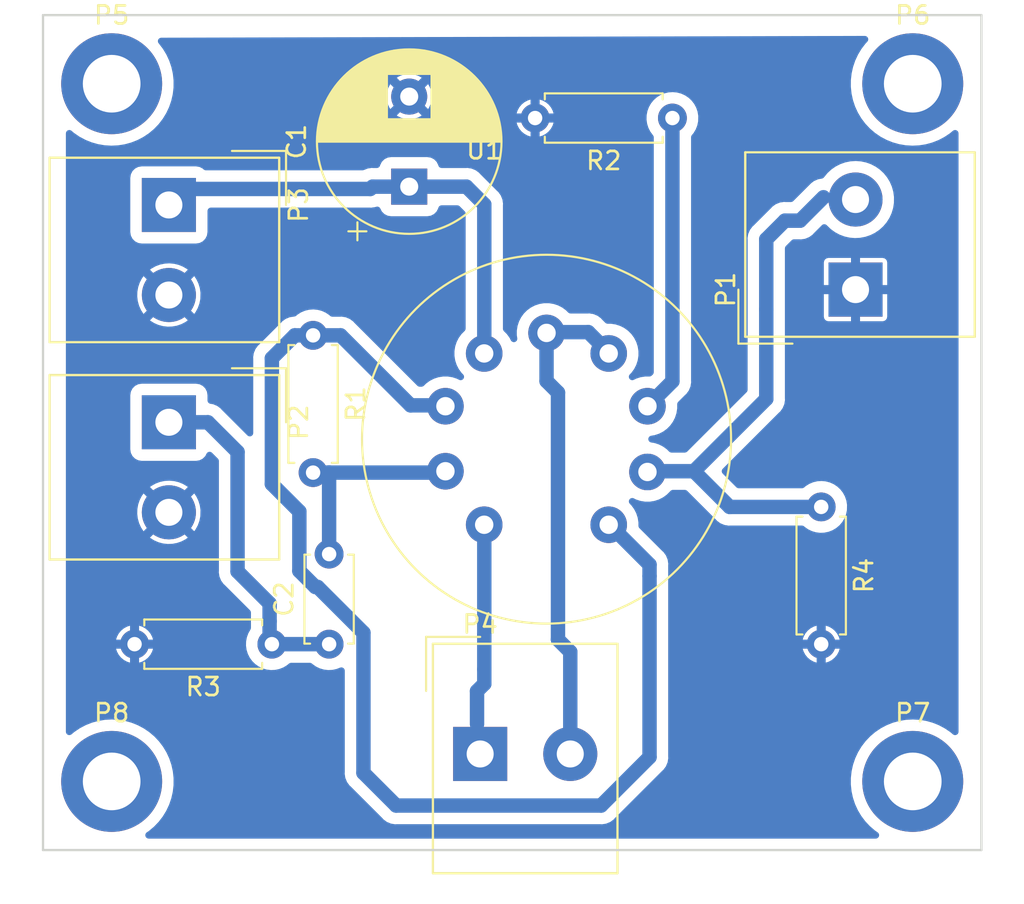
<source format=kicad_pcb>
(kicad_pcb (version 20190905) (host pcbnew "(5.99.0-150-g11f1ce14d)")

  (general
    (thickness 1.6002)
    (drawings 4)
    (tracks 60)
    (modules 15)
    (nets 10)
  )

  (page "A4")
  (layers
    (0 "top_cu" signal)
    (31 "bottom_cu" signal)
    (32 "B.Adhes" user)
    (33 "F.Adhes" user)
    (34 "B.Paste" user)
    (35 "F.Paste" user)
    (36 "B.SilkS" user)
    (37 "F.SilkS" user)
    (38 "B.Mask" user)
    (39 "F.Mask" user)
    (40 "Dwgs.User" user)
    (41 "Cmts.User" user)
    (42 "Eco1.User" user)
    (43 "Eco2.User" user)
    (44 "Edge.Cuts" user)
    (45 "Margin" user)
    (46 "B.CrtYd" user)
    (47 "F.CrtYd" user)
    (48 "B.Fab" user)
    (49 "F.Fab" user)
  )

  (setup
    (last_trace_width 0.8)
    (trace_clearance 0.4)
    (zone_clearance 0.635)
    (zone_45_only no)
    (trace_min 0.2)
    (via_size 1.2)
    (via_drill 0.6)
    (via_min_size 0.8)
    (via_min_drill 0.5)
    (uvia_size 0.508)
    (uvia_drill 0.127)
    (uvias_allowed no)
    (uvia_min_size 0.508)
    (uvia_min_drill 0.127)
    (max_error 0.005)
    (defaults
      (edge_clearance 0.01)
      (edge_cuts_line_width 0.381)
      (courtyard_line_width 0.05)
      (copper_line_width 0.381)
      (copper_text_dims (size 1.524 2.032) (thickness 0.3048) keep_upright)
      (silk_line_width 0.381)
      (silk_text_dims (size 1.524 1.524) (thickness 0.3048) keep_upright)
      (other_layers_line_width 0.1)
      (other_layers_text_dims (size 1 1) (thickness 0.15) keep_upright)
    )
    (pad_size 2.794 1.397)
    (pad_drill 1.9304)
    (pad_to_mask_clearance 0.1)
    (aux_axis_origin 0 0)
    (visible_elements 7FFFFFFF)
    (pcbplotparams
      (layerselection 0x000f0_80000001)
      (usegerberextensions false)
      (usegerberattributes true)
      (usegerberadvancedattributes true)
      (creategerberjobfile true)
      (excludeedgelayer true)
      (linewidth 0.150000)
      (plotframeref false)
      (viasonmask false)
      (mode 1)
      (useauxorigin false)
      (hpglpennumber 1)
      (hpglpenspeed 20)
      (hpglpendiameter 15.000000)
      (psnegative false)
      (psa4output false)
      (plotreference true)
      (plotvalue true)
      (plotinvisibletext false)
      (padsonsilk false)
      (subtractmaskfromsilk false)
      (outputformat 1)
      (mirror false)
      (drillshape 0)
      (scaleselection 1)
      (outputdirectory "")
    )
  )

  (net 0 "")
  (net 1 "GND")
  (net 2 "Net-(C1-Pad1)")
  (net 3 "Net-(C2-Pad1)")
  (net 4 "Net-(C2-Pad2)")
  (net 5 "Net-(P1-Pad2)")
  (net 6 "Net-(P4-Pad1)")
  (net 7 "Net-(P4-Pad2)")
  (net 8 "Net-(R1-Pad1)")
  (net 9 "Net-(R2-Pad1)")

  (net_class "Default" "Ceci est la Netclass par défaut"
    (clearance 0.4)
    (trace_width 0.8)
    (via_dia 1.2)
    (via_drill 0.6)
    (uvia_dia 0.508)
    (uvia_drill 0.127)
    (add_net "GND")
    (add_net "Net-(C1-Pad1)")
    (add_net "Net-(C2-Pad1)")
    (add_net "Net-(C2-Pad2)")
    (add_net "Net-(P1-Pad2)")
    (add_net "Net-(P4-Pad1)")
    (add_net "Net-(P4-Pad2)")
    (add_net "Net-(R1-Pad1)")
    (add_net "Net-(R2-Pad1)")
  )

  (module "MountingHole:MountingHole_3.2mm_M3_DIN965_Pad" (layer "top_cu") (tedit 56D1B4CB) (tstamp 5D88946B)
    (at 125.095 132.715)
    (descr "Mounting Hole 3.2mm, M3, DIN965")
    (tags "mounting hole 3.2mm m3 din965")
    (path "/54A58CA3")
    (attr virtual)
    (fp_text reference "P8" (at 0 -3.8) (layer "F.SilkS")
      (effects (font (size 1 1) (thickness 0.15)))
    )
    (fp_text value "MOUNTING_HOLE" (at 0 3.8) (layer "F.Fab")
      (effects (font (size 1 1) (thickness 0.15)))
    )
    (fp_circle (center 0 0) (end 3.05 0) (layer "F.CrtYd") (width 0.05))
    (fp_circle (center 0 0) (end 2.8 0) (layer "Cmts.User") (width 0.15))
    (fp_text user "%R" (at 0.3 0) (layer "F.Fab")
      (effects (font (size 1 1) (thickness 0.15)))
    )
    (pad "1" thru_hole circle (at 0 0) (size 5.6 5.6) (drill 3.2) (layers *.Cu *.Mask))
  )

  (module "MountingHole:MountingHole_3.2mm_M3_DIN965_Pad" (layer "top_cu") (tedit 56D1B4CB) (tstamp 54A5820B)
    (at 169.545 132.715)
    (descr "Mounting Hole 3.2mm, M3, DIN965")
    (tags "mounting hole 3.2mm m3 din965")
    (path "/54A58C8A")
    (attr virtual)
    (fp_text reference "P7" (at 0 -3.8) (layer "F.SilkS")
      (effects (font (size 1 1) (thickness 0.15)))
    )
    (fp_text value "MOUNTING_HOLE" (at 0 3.8) (layer "F.Fab")
      (effects (font (size 1 1) (thickness 0.15)))
    )
    (fp_circle (center 0 0) (end 3.05 0) (layer "F.CrtYd") (width 0.05))
    (fp_circle (center 0 0) (end 2.8 0) (layer "Cmts.User") (width 0.15))
    (fp_text user "%R" (at 0.3 0) (layer "F.Fab")
      (effects (font (size 1 1) (thickness 0.15)))
    )
    (pad "1" thru_hole circle (at 0 0) (size 5.6 5.6) (drill 3.2) (layers *.Cu *.Mask))
  )

  (module "MountingHole:MountingHole_3.2mm_M3_DIN965_Pad" (layer "top_cu") (tedit 56D1B4CB) (tstamp 54A58207)
    (at 169.545 93.98)
    (descr "Mounting Hole 3.2mm, M3, DIN965")
    (tags "mounting hole 3.2mm m3 din965")
    (path "/54A58C65")
    (attr virtual)
    (fp_text reference "P6" (at 0 -3.8) (layer "F.SilkS")
      (effects (font (size 1 1) (thickness 0.15)))
    )
    (fp_text value "MOUNTING_HOLE" (at 0 3.8) (layer "F.Fab")
      (effects (font (size 1 1) (thickness 0.15)))
    )
    (fp_circle (center 0 0) (end 3.05 0) (layer "F.CrtYd") (width 0.05))
    (fp_circle (center 0 0) (end 2.8 0) (layer "Cmts.User") (width 0.15))
    (fp_text user "%R" (at 0.3 0) (layer "F.Fab")
      (effects (font (size 1 1) (thickness 0.15)))
    )
    (pad "1" thru_hole circle (at 0 0) (size 5.6 5.6) (drill 3.2) (layers *.Cu *.Mask))
  )

  (module "MountingHole:MountingHole_3.2mm_M3_DIN965_Pad" (layer "top_cu") (tedit 56D1B4CB) (tstamp 54A58203)
    (at 125.095 93.98)
    (descr "Mounting Hole 3.2mm, M3, DIN965")
    (tags "mounting hole 3.2mm m3 din965")
    (path "/54A5890A")
    (attr virtual)
    (fp_text reference "P5" (at 0 -3.8) (layer "F.SilkS")
      (effects (font (size 1 1) (thickness 0.15)))
    )
    (fp_text value "MOUNTING_HOLE" (at 0 3.8) (layer "F.Fab")
      (effects (font (size 1 1) (thickness 0.15)))
    )
    (fp_circle (center 0 0) (end 3.05 0) (layer "F.CrtYd") (width 0.05))
    (fp_circle (center 0 0) (end 2.8 0) (layer "Cmts.User") (width 0.15))
    (fp_text user "%R" (at 0.3 0) (layer "F.Fab")
      (effects (font (size 1 1) (thickness 0.15)))
    )
    (pad "1" thru_hole circle (at 0 0) (size 5.6 5.6) (drill 3.2) (layers *.Cu *.Mask))
  )

  (module "Capacitor_THT:C_Disc_D4.7mm_W2.5mm_P5.00mm" (layer "top_cu") (tedit 5AE50EF0) (tstamp 54A581EA)
    (at 137.16 125.095 90)
    (descr "C, Disc series, Radial, pin pitch=5.00mm, , diameter*width=4.7*2.5mm^2, Capacitor, http://www.vishay.com/docs/45233/krseries.pdf")
    (tags "C Disc series Radial pin pitch 5.00mm  diameter 4.7mm width 2.5mm Capacitor")
    (path "/4549F3BE")
    (fp_text reference "C2" (at 2.5 -2.5 90) (layer "F.SilkS")
      (effects (font (size 1 1) (thickness 0.15)))
    )
    (fp_text value "680nF" (at 2.5 2.5 90) (layer "F.Fab")
      (effects (font (size 1 1) (thickness 0.15)))
    )
    (fp_text user "%R" (at 2.5 0 90) (layer "F.Fab")
      (effects (font (size 0.94 0.94) (thickness 0.141)))
    )
    (fp_line (start 6.05 -1.5) (end -1.05 -1.5) (layer "F.CrtYd") (width 0.05))
    (fp_line (start 6.05 1.5) (end 6.05 -1.5) (layer "F.CrtYd") (width 0.05))
    (fp_line (start -1.05 1.5) (end 6.05 1.5) (layer "F.CrtYd") (width 0.05))
    (fp_line (start -1.05 -1.5) (end -1.05 1.5) (layer "F.CrtYd") (width 0.05))
    (fp_line (start 4.97 1.055) (end 4.97 1.37) (layer "F.SilkS") (width 0.12))
    (fp_line (start 4.97 -1.37) (end 4.97 -1.055) (layer "F.SilkS") (width 0.12))
    (fp_line (start 0.03 1.055) (end 0.03 1.37) (layer "F.SilkS") (width 0.12))
    (fp_line (start 0.03 -1.37) (end 0.03 -1.055) (layer "F.SilkS") (width 0.12))
    (fp_line (start 0.03 1.37) (end 4.97 1.37) (layer "F.SilkS") (width 0.12))
    (fp_line (start 0.03 -1.37) (end 4.97 -1.37) (layer "F.SilkS") (width 0.12))
    (fp_line (start 4.85 -1.25) (end 0.15 -1.25) (layer "F.Fab") (width 0.1))
    (fp_line (start 4.85 1.25) (end 4.85 -1.25) (layer "F.Fab") (width 0.1))
    (fp_line (start 0.15 1.25) (end 4.85 1.25) (layer "F.Fab") (width 0.1))
    (fp_line (start 0.15 -1.25) (end 0.15 1.25) (layer "F.Fab") (width 0.1))
    (pad "2" thru_hole circle (at 5 0 90) (size 1.6 1.6) (drill 0.8) (layers *.Cu *.Mask)
      (net 4 "Net-(C2-Pad2)"))
    (pad "1" thru_hole circle (at 0 0 90) (size 1.6 1.6) (drill 0.8) (layers *.Cu *.Mask)
      (net 3 "Net-(C2-Pad1)"))
    (model "${KISYS3DMOD}/Capacitor_THT.3dshapes/C_Disc_D4.7mm_W2.5mm_P5.00mm.wrl"
      (at (xyz 0 0 0))
      (scale (xyz 1 1 1))
      (rotate (xyz 0 0 0))
    )
  )

  (module "Capacitor_THT:CP_Radial_D10.0mm_P5.00mm" (layer "top_cu") (tedit 5AE50EF1) (tstamp 54A581E5)
    (at 141.605 99.695 90)
    (descr "CP, Radial series, Radial, pin pitch=5.00mm, , diameter=10mm, Electrolytic Capacitor")
    (tags "CP Radial series Radial pin pitch 5.00mm  diameter 10mm Electrolytic Capacitor")
    (path "/4549F4BE")
    (fp_text reference "C1" (at 2.5 -6.25 90) (layer "F.SilkS")
      (effects (font (size 1 1) (thickness 0.15)))
    )
    (fp_text value "10uF" (at 2.5 6.25 90) (layer "F.Fab")
      (effects (font (size 1 1) (thickness 0.15)))
    )
    (fp_text user "%R" (at 2.5 0 90) (layer "F.Fab")
      (effects (font (size 1 1) (thickness 0.15)))
    )
    (fp_line (start -2.479646 -3.375) (end -2.479646 -2.375) (layer "F.SilkS") (width 0.12))
    (fp_line (start -2.979646 -2.875) (end -1.979646 -2.875) (layer "F.SilkS") (width 0.12))
    (fp_line (start 7.581 -0.599) (end 7.581 0.599) (layer "F.SilkS") (width 0.12))
    (fp_line (start 7.541 -0.862) (end 7.541 0.862) (layer "F.SilkS") (width 0.12))
    (fp_line (start 7.501 -1.062) (end 7.501 1.062) (layer "F.SilkS") (width 0.12))
    (fp_line (start 7.461 -1.23) (end 7.461 1.23) (layer "F.SilkS") (width 0.12))
    (fp_line (start 7.421 -1.378) (end 7.421 1.378) (layer "F.SilkS") (width 0.12))
    (fp_line (start 7.381 -1.51) (end 7.381 1.51) (layer "F.SilkS") (width 0.12))
    (fp_line (start 7.341 -1.63) (end 7.341 1.63) (layer "F.SilkS") (width 0.12))
    (fp_line (start 7.301 -1.742) (end 7.301 1.742) (layer "F.SilkS") (width 0.12))
    (fp_line (start 7.261 -1.846) (end 7.261 1.846) (layer "F.SilkS") (width 0.12))
    (fp_line (start 7.221 -1.944) (end 7.221 1.944) (layer "F.SilkS") (width 0.12))
    (fp_line (start 7.181 -2.037) (end 7.181 2.037) (layer "F.SilkS") (width 0.12))
    (fp_line (start 7.141 -2.125) (end 7.141 2.125) (layer "F.SilkS") (width 0.12))
    (fp_line (start 7.101 -2.209) (end 7.101 2.209) (layer "F.SilkS") (width 0.12))
    (fp_line (start 7.061 -2.289) (end 7.061 2.289) (layer "F.SilkS") (width 0.12))
    (fp_line (start 7.021 -2.365) (end 7.021 2.365) (layer "F.SilkS") (width 0.12))
    (fp_line (start 6.981 -2.439) (end 6.981 2.439) (layer "F.SilkS") (width 0.12))
    (fp_line (start 6.941 -2.51) (end 6.941 2.51) (layer "F.SilkS") (width 0.12))
    (fp_line (start 6.901 -2.579) (end 6.901 2.579) (layer "F.SilkS") (width 0.12))
    (fp_line (start 6.861 -2.645) (end 6.861 2.645) (layer "F.SilkS") (width 0.12))
    (fp_line (start 6.821 -2.709) (end 6.821 2.709) (layer "F.SilkS") (width 0.12))
    (fp_line (start 6.781 -2.77) (end 6.781 2.77) (layer "F.SilkS") (width 0.12))
    (fp_line (start 6.741 -2.83) (end 6.741 2.83) (layer "F.SilkS") (width 0.12))
    (fp_line (start 6.701 -2.889) (end 6.701 2.889) (layer "F.SilkS") (width 0.12))
    (fp_line (start 6.661 -2.945) (end 6.661 2.945) (layer "F.SilkS") (width 0.12))
    (fp_line (start 6.621 -3) (end 6.621 3) (layer "F.SilkS") (width 0.12))
    (fp_line (start 6.581 -3.054) (end 6.581 3.054) (layer "F.SilkS") (width 0.12))
    (fp_line (start 6.541 -3.106) (end 6.541 3.106) (layer "F.SilkS") (width 0.12))
    (fp_line (start 6.501 -3.156) (end 6.501 3.156) (layer "F.SilkS") (width 0.12))
    (fp_line (start 6.461 -3.206) (end 6.461 3.206) (layer "F.SilkS") (width 0.12))
    (fp_line (start 6.421 -3.254) (end 6.421 3.254) (layer "F.SilkS") (width 0.12))
    (fp_line (start 6.381 -3.301) (end 6.381 3.301) (layer "F.SilkS") (width 0.12))
    (fp_line (start 6.341 -3.347) (end 6.341 3.347) (layer "F.SilkS") (width 0.12))
    (fp_line (start 6.301 -3.392) (end 6.301 3.392) (layer "F.SilkS") (width 0.12))
    (fp_line (start 6.261 -3.436) (end 6.261 3.436) (layer "F.SilkS") (width 0.12))
    (fp_line (start 6.221 1.241) (end 6.221 3.478) (layer "F.SilkS") (width 0.12))
    (fp_line (start 6.221 -3.478) (end 6.221 -1.241) (layer "F.SilkS") (width 0.12))
    (fp_line (start 6.181 1.241) (end 6.181 3.52) (layer "F.SilkS") (width 0.12))
    (fp_line (start 6.181 -3.52) (end 6.181 -1.241) (layer "F.SilkS") (width 0.12))
    (fp_line (start 6.141 1.241) (end 6.141 3.561) (layer "F.SilkS") (width 0.12))
    (fp_line (start 6.141 -3.561) (end 6.141 -1.241) (layer "F.SilkS") (width 0.12))
    (fp_line (start 6.101 1.241) (end 6.101 3.601) (layer "F.SilkS") (width 0.12))
    (fp_line (start 6.101 -3.601) (end 6.101 -1.241) (layer "F.SilkS") (width 0.12))
    (fp_line (start 6.061 1.241) (end 6.061 3.64) (layer "F.SilkS") (width 0.12))
    (fp_line (start 6.061 -3.64) (end 6.061 -1.241) (layer "F.SilkS") (width 0.12))
    (fp_line (start 6.021 1.241) (end 6.021 3.679) (layer "F.SilkS") (width 0.12))
    (fp_line (start 6.021 -3.679) (end 6.021 -1.241) (layer "F.SilkS") (width 0.12))
    (fp_line (start 5.981 1.241) (end 5.981 3.716) (layer "F.SilkS") (width 0.12))
    (fp_line (start 5.981 -3.716) (end 5.981 -1.241) (layer "F.SilkS") (width 0.12))
    (fp_line (start 5.941 1.241) (end 5.941 3.753) (layer "F.SilkS") (width 0.12))
    (fp_line (start 5.941 -3.753) (end 5.941 -1.241) (layer "F.SilkS") (width 0.12))
    (fp_line (start 5.901 1.241) (end 5.901 3.789) (layer "F.SilkS") (width 0.12))
    (fp_line (start 5.901 -3.789) (end 5.901 -1.241) (layer "F.SilkS") (width 0.12))
    (fp_line (start 5.861 1.241) (end 5.861 3.824) (layer "F.SilkS") (width 0.12))
    (fp_line (start 5.861 -3.824) (end 5.861 -1.241) (layer "F.SilkS") (width 0.12))
    (fp_line (start 5.821 1.241) (end 5.821 3.858) (layer "F.SilkS") (width 0.12))
    (fp_line (start 5.821 -3.858) (end 5.821 -1.241) (layer "F.SilkS") (width 0.12))
    (fp_line (start 5.781 1.241) (end 5.781 3.892) (layer "F.SilkS") (width 0.12))
    (fp_line (start 5.781 -3.892) (end 5.781 -1.241) (layer "F.SilkS") (width 0.12))
    (fp_line (start 5.741 1.241) (end 5.741 3.925) (layer "F.SilkS") (width 0.12))
    (fp_line (start 5.741 -3.925) (end 5.741 -1.241) (layer "F.SilkS") (width 0.12))
    (fp_line (start 5.701 1.241) (end 5.701 3.957) (layer "F.SilkS") (width 0.12))
    (fp_line (start 5.701 -3.957) (end 5.701 -1.241) (layer "F.SilkS") (width 0.12))
    (fp_line (start 5.661 1.241) (end 5.661 3.989) (layer "F.SilkS") (width 0.12))
    (fp_line (start 5.661 -3.989) (end 5.661 -1.241) (layer "F.SilkS") (width 0.12))
    (fp_line (start 5.621 1.241) (end 5.621 4.02) (layer "F.SilkS") (width 0.12))
    (fp_line (start 5.621 -4.02) (end 5.621 -1.241) (layer "F.SilkS") (width 0.12))
    (fp_line (start 5.581 1.241) (end 5.581 4.05) (layer "F.SilkS") (width 0.12))
    (fp_line (start 5.581 -4.05) (end 5.581 -1.241) (layer "F.SilkS") (width 0.12))
    (fp_line (start 5.541 1.241) (end 5.541 4.08) (layer "F.SilkS") (width 0.12))
    (fp_line (start 5.541 -4.08) (end 5.541 -1.241) (layer "F.SilkS") (width 0.12))
    (fp_line (start 5.501 1.241) (end 5.501 4.11) (layer "F.SilkS") (width 0.12))
    (fp_line (start 5.501 -4.11) (end 5.501 -1.241) (layer "F.SilkS") (width 0.12))
    (fp_line (start 5.461 1.241) (end 5.461 4.138) (layer "F.SilkS") (width 0.12))
    (fp_line (start 5.461 -4.138) (end 5.461 -1.241) (layer "F.SilkS") (width 0.12))
    (fp_line (start 5.421 1.241) (end 5.421 4.166) (layer "F.SilkS") (width 0.12))
    (fp_line (start 5.421 -4.166) (end 5.421 -1.241) (layer "F.SilkS") (width 0.12))
    (fp_line (start 5.381 1.241) (end 5.381 4.194) (layer "F.SilkS") (width 0.12))
    (fp_line (start 5.381 -4.194) (end 5.381 -1.241) (layer "F.SilkS") (width 0.12))
    (fp_line (start 5.341 1.241) (end 5.341 4.221) (layer "F.SilkS") (width 0.12))
    (fp_line (start 5.341 -4.221) (end 5.341 -1.241) (layer "F.SilkS") (width 0.12))
    (fp_line (start 5.301 1.241) (end 5.301 4.247) (layer "F.SilkS") (width 0.12))
    (fp_line (start 5.301 -4.247) (end 5.301 -1.241) (layer "F.SilkS") (width 0.12))
    (fp_line (start 5.261 1.241) (end 5.261 4.273) (layer "F.SilkS") (width 0.12))
    (fp_line (start 5.261 -4.273) (end 5.261 -1.241) (layer "F.SilkS") (width 0.12))
    (fp_line (start 5.221 1.241) (end 5.221 4.298) (layer "F.SilkS") (width 0.12))
    (fp_line (start 5.221 -4.298) (end 5.221 -1.241) (layer "F.SilkS") (width 0.12))
    (fp_line (start 5.181 1.241) (end 5.181 4.323) (layer "F.SilkS") (width 0.12))
    (fp_line (start 5.181 -4.323) (end 5.181 -1.241) (layer "F.SilkS") (width 0.12))
    (fp_line (start 5.141 1.241) (end 5.141 4.347) (layer "F.SilkS") (width 0.12))
    (fp_line (start 5.141 -4.347) (end 5.141 -1.241) (layer "F.SilkS") (width 0.12))
    (fp_line (start 5.101 1.241) (end 5.101 4.371) (layer "F.SilkS") (width 0.12))
    (fp_line (start 5.101 -4.371) (end 5.101 -1.241) (layer "F.SilkS") (width 0.12))
    (fp_line (start 5.061 1.241) (end 5.061 4.395) (layer "F.SilkS") (width 0.12))
    (fp_line (start 5.061 -4.395) (end 5.061 -1.241) (layer "F.SilkS") (width 0.12))
    (fp_line (start 5.021 1.241) (end 5.021 4.417) (layer "F.SilkS") (width 0.12))
    (fp_line (start 5.021 -4.417) (end 5.021 -1.241) (layer "F.SilkS") (width 0.12))
    (fp_line (start 4.981 1.241) (end 4.981 4.44) (layer "F.SilkS") (width 0.12))
    (fp_line (start 4.981 -4.44) (end 4.981 -1.241) (layer "F.SilkS") (width 0.12))
    (fp_line (start 4.941 1.241) (end 4.941 4.462) (layer "F.SilkS") (width 0.12))
    (fp_line (start 4.941 -4.462) (end 4.941 -1.241) (layer "F.SilkS") (width 0.12))
    (fp_line (start 4.901 1.241) (end 4.901 4.483) (layer "F.SilkS") (width 0.12))
    (fp_line (start 4.901 -4.483) (end 4.901 -1.241) (layer "F.SilkS") (width 0.12))
    (fp_line (start 4.861 1.241) (end 4.861 4.504) (layer "F.SilkS") (width 0.12))
    (fp_line (start 4.861 -4.504) (end 4.861 -1.241) (layer "F.SilkS") (width 0.12))
    (fp_line (start 4.821 1.241) (end 4.821 4.525) (layer "F.SilkS") (width 0.12))
    (fp_line (start 4.821 -4.525) (end 4.821 -1.241) (layer "F.SilkS") (width 0.12))
    (fp_line (start 4.781 1.241) (end 4.781 4.545) (layer "F.SilkS") (width 0.12))
    (fp_line (start 4.781 -4.545) (end 4.781 -1.241) (layer "F.SilkS") (width 0.12))
    (fp_line (start 4.741 1.241) (end 4.741 4.564) (layer "F.SilkS") (width 0.12))
    (fp_line (start 4.741 -4.564) (end 4.741 -1.241) (layer "F.SilkS") (width 0.12))
    (fp_line (start 4.701 1.241) (end 4.701 4.584) (layer "F.SilkS") (width 0.12))
    (fp_line (start 4.701 -4.584) (end 4.701 -1.241) (layer "F.SilkS") (width 0.12))
    (fp_line (start 4.661 1.241) (end 4.661 4.603) (layer "F.SilkS") (width 0.12))
    (fp_line (start 4.661 -4.603) (end 4.661 -1.241) (layer "F.SilkS") (width 0.12))
    (fp_line (start 4.621 1.241) (end 4.621 4.621) (layer "F.SilkS") (width 0.12))
    (fp_line (start 4.621 -4.621) (end 4.621 -1.241) (layer "F.SilkS") (width 0.12))
    (fp_line (start 4.581 1.241) (end 4.581 4.639) (layer "F.SilkS") (width 0.12))
    (fp_line (start 4.581 -4.639) (end 4.581 -1.241) (layer "F.SilkS") (width 0.12))
    (fp_line (start 4.541 1.241) (end 4.541 4.657) (layer "F.SilkS") (width 0.12))
    (fp_line (start 4.541 -4.657) (end 4.541 -1.241) (layer "F.SilkS") (width 0.12))
    (fp_line (start 4.501 1.241) (end 4.501 4.674) (layer "F.SilkS") (width 0.12))
    (fp_line (start 4.501 -4.674) (end 4.501 -1.241) (layer "F.SilkS") (width 0.12))
    (fp_line (start 4.461 1.241) (end 4.461 4.69) (layer "F.SilkS") (width 0.12))
    (fp_line (start 4.461 -4.69) (end 4.461 -1.241) (layer "F.SilkS") (width 0.12))
    (fp_line (start 4.421 1.241) (end 4.421 4.707) (layer "F.SilkS") (width 0.12))
    (fp_line (start 4.421 -4.707) (end 4.421 -1.241) (layer "F.SilkS") (width 0.12))
    (fp_line (start 4.381 1.241) (end 4.381 4.723) (layer "F.SilkS") (width 0.12))
    (fp_line (start 4.381 -4.723) (end 4.381 -1.241) (layer "F.SilkS") (width 0.12))
    (fp_line (start 4.341 1.241) (end 4.341 4.738) (layer "F.SilkS") (width 0.12))
    (fp_line (start 4.341 -4.738) (end 4.341 -1.241) (layer "F.SilkS") (width 0.12))
    (fp_line (start 4.301 1.241) (end 4.301 4.754) (layer "F.SilkS") (width 0.12))
    (fp_line (start 4.301 -4.754) (end 4.301 -1.241) (layer "F.SilkS") (width 0.12))
    (fp_line (start 4.261 1.241) (end 4.261 4.768) (layer "F.SilkS") (width 0.12))
    (fp_line (start 4.261 -4.768) (end 4.261 -1.241) (layer "F.SilkS") (width 0.12))
    (fp_line (start 4.221 1.241) (end 4.221 4.783) (layer "F.SilkS") (width 0.12))
    (fp_line (start 4.221 -4.783) (end 4.221 -1.241) (layer "F.SilkS") (width 0.12))
    (fp_line (start 4.181 1.241) (end 4.181 4.797) (layer "F.SilkS") (width 0.12))
    (fp_line (start 4.181 -4.797) (end 4.181 -1.241) (layer "F.SilkS") (width 0.12))
    (fp_line (start 4.141 1.241) (end 4.141 4.811) (layer "F.SilkS") (width 0.12))
    (fp_line (start 4.141 -4.811) (end 4.141 -1.241) (layer "F.SilkS") (width 0.12))
    (fp_line (start 4.101 1.241) (end 4.101 4.824) (layer "F.SilkS") (width 0.12))
    (fp_line (start 4.101 -4.824) (end 4.101 -1.241) (layer "F.SilkS") (width 0.12))
    (fp_line (start 4.061 1.241) (end 4.061 4.837) (layer "F.SilkS") (width 0.12))
    (fp_line (start 4.061 -4.837) (end 4.061 -1.241) (layer "F.SilkS") (width 0.12))
    (fp_line (start 4.021 1.241) (end 4.021 4.85) (layer "F.SilkS") (width 0.12))
    (fp_line (start 4.021 -4.85) (end 4.021 -1.241) (layer "F.SilkS") (width 0.12))
    (fp_line (start 3.981 1.241) (end 3.981 4.862) (layer "F.SilkS") (width 0.12))
    (fp_line (start 3.981 -4.862) (end 3.981 -1.241) (layer "F.SilkS") (width 0.12))
    (fp_line (start 3.941 1.241) (end 3.941 4.874) (layer "F.SilkS") (width 0.12))
    (fp_line (start 3.941 -4.874) (end 3.941 -1.241) (layer "F.SilkS") (width 0.12))
    (fp_line (start 3.901 1.241) (end 3.901 4.885) (layer "F.SilkS") (width 0.12))
    (fp_line (start 3.901 -4.885) (end 3.901 -1.241) (layer "F.SilkS") (width 0.12))
    (fp_line (start 3.861 1.241) (end 3.861 4.897) (layer "F.SilkS") (width 0.12))
    (fp_line (start 3.861 -4.897) (end 3.861 -1.241) (layer "F.SilkS") (width 0.12))
    (fp_line (start 3.821 1.241) (end 3.821 4.907) (layer "F.SilkS") (width 0.12))
    (fp_line (start 3.821 -4.907) (end 3.821 -1.241) (layer "F.SilkS") (width 0.12))
    (fp_line (start 3.781 1.241) (end 3.781 4.918) (layer "F.SilkS") (width 0.12))
    (fp_line (start 3.781 -4.918) (end 3.781 -1.241) (layer "F.SilkS") (width 0.12))
    (fp_line (start 3.741 -4.928) (end 3.741 4.928) (layer "F.SilkS") (width 0.12))
    (fp_line (start 3.701 -4.938) (end 3.701 4.938) (layer "F.SilkS") (width 0.12))
    (fp_line (start 3.661 -4.947) (end 3.661 4.947) (layer "F.SilkS") (width 0.12))
    (fp_line (start 3.621 -4.956) (end 3.621 4.956) (layer "F.SilkS") (width 0.12))
    (fp_line (start 3.581 -4.965) (end 3.581 4.965) (layer "F.SilkS") (width 0.12))
    (fp_line (start 3.541 -4.974) (end 3.541 4.974) (layer "F.SilkS") (width 0.12))
    (fp_line (start 3.501 -4.982) (end 3.501 4.982) (layer "F.SilkS") (width 0.12))
    (fp_line (start 3.461 -4.99) (end 3.461 4.99) (layer "F.SilkS") (width 0.12))
    (fp_line (start 3.421 -4.997) (end 3.421 4.997) (layer "F.SilkS") (width 0.12))
    (fp_line (start 3.381 -5.004) (end 3.381 5.004) (layer "F.SilkS") (width 0.12))
    (fp_line (start 3.341 -5.011) (end 3.341 5.011) (layer "F.SilkS") (width 0.12))
    (fp_line (start 3.301 -5.018) (end 3.301 5.018) (layer "F.SilkS") (width 0.12))
    (fp_line (start 3.261 -5.024) (end 3.261 5.024) (layer "F.SilkS") (width 0.12))
    (fp_line (start 3.221 -5.03) (end 3.221 5.03) (layer "F.SilkS") (width 0.12))
    (fp_line (start 3.18 -5.035) (end 3.18 5.035) (layer "F.SilkS") (width 0.12))
    (fp_line (start 3.14 -5.04) (end 3.14 5.04) (layer "F.SilkS") (width 0.12))
    (fp_line (start 3.1 -5.045) (end 3.1 5.045) (layer "F.SilkS") (width 0.12))
    (fp_line (start 3.06 -5.05) (end 3.06 5.05) (layer "F.SilkS") (width 0.12))
    (fp_line (start 3.02 -5.054) (end 3.02 5.054) (layer "F.SilkS") (width 0.12))
    (fp_line (start 2.98 -5.058) (end 2.98 5.058) (layer "F.SilkS") (width 0.12))
    (fp_line (start 2.94 -5.062) (end 2.94 5.062) (layer "F.SilkS") (width 0.12))
    (fp_line (start 2.9 -5.065) (end 2.9 5.065) (layer "F.SilkS") (width 0.12))
    (fp_line (start 2.86 -5.068) (end 2.86 5.068) (layer "F.SilkS") (width 0.12))
    (fp_line (start 2.82 -5.07) (end 2.82 5.07) (layer "F.SilkS") (width 0.12))
    (fp_line (start 2.78 -5.073) (end 2.78 5.073) (layer "F.SilkS") (width 0.12))
    (fp_line (start 2.74 -5.075) (end 2.74 5.075) (layer "F.SilkS") (width 0.12))
    (fp_line (start 2.7 -5.077) (end 2.7 5.077) (layer "F.SilkS") (width 0.12))
    (fp_line (start 2.66 -5.078) (end 2.66 5.078) (layer "F.SilkS") (width 0.12))
    (fp_line (start 2.62 -5.079) (end 2.62 5.079) (layer "F.SilkS") (width 0.12))
    (fp_line (start 2.58 -5.08) (end 2.58 5.08) (layer "F.SilkS") (width 0.12))
    (fp_line (start 2.54 -5.08) (end 2.54 5.08) (layer "F.SilkS") (width 0.12))
    (fp_line (start 2.5 -5.08) (end 2.5 5.08) (layer "F.SilkS") (width 0.12))
    (fp_line (start -1.288861 -2.6875) (end -1.288861 -1.6875) (layer "F.Fab") (width 0.1))
    (fp_line (start -1.788861 -2.1875) (end -0.788861 -2.1875) (layer "F.Fab") (width 0.1))
    (fp_circle (center 2.5 0) (end 7.75 0) (layer "F.CrtYd") (width 0.05))
    (fp_circle (center 2.5 0) (end 7.62 0) (layer "F.SilkS") (width 0.12))
    (fp_circle (center 2.5 0) (end 7.5 0) (layer "F.Fab") (width 0.1))
    (pad "2" thru_hole circle (at 5 0 90) (size 2 2) (drill 1) (layers *.Cu *.Mask)
      (net 1 "GND"))
    (pad "1" thru_hole rect (at 0 0 90) (size 2 2) (drill 1) (layers *.Cu *.Mask)
      (net 2 "Net-(C1-Pad1)"))
    (model "${KISYS3DMOD}/Capacitor_THT.3dshapes/CP_Radial_D10.0mm_P5.00mm.wrl"
      (at (xyz 0 0 0))
      (scale (xyz 1 1 1))
      (rotate (xyz 0 0 0))
    )
  )

  (module "TerminalBlock_Altech:Altech_AK300_1x02_P5.00mm_45-Degree" (layer "top_cu") (tedit 5C27907F) (tstamp 5A332F3A)
    (at 145.542 131.191)
    (descr "Altech AK300 serie terminal block (Script generated with StandardBox.py) (http://www.altechcorp.com/PDFS/PCBMETRC.PDF)")
    (tags "Altech AK300 serie connector")
    (path "/456A8ACC")
    (fp_text reference "P4" (at 0 -7.2) (layer "F.SilkS")
      (effects (font (size 1 1) (thickness 0.15)))
    )
    (fp_text value "CONN_2" (at 2.5 7.5) (layer "F.Fab")
      (effects (font (size 1 1) (thickness 0.15)))
    )
    (fp_text user "%R" (at 2.5 0.25) (layer "F.Fab")
      (effects (font (size 1 1) (thickness 0.15)))
    )
    (fp_line (start -2.75 -6.25) (end -2.75 6.75) (layer "F.CrtYd") (width 0.05))
    (fp_line (start -2.75 6.75) (end 7.75 6.75) (layer "F.CrtYd") (width 0.05))
    (fp_line (start 7.75 -6.25) (end 7.75 6.75) (layer "F.CrtYd") (width 0.05))
    (fp_line (start -2.75 -6.25) (end 7.75 -6.25) (layer "F.CrtYd") (width 0.05))
    (fp_line (start -2.62 -6.12) (end -2.62 6.62) (layer "F.SilkS") (width 0.12))
    (fp_line (start -2.62 6.62) (end 7.62 6.62) (layer "F.SilkS") (width 0.12))
    (fp_line (start 7.62 -6.12) (end 7.62 6.62) (layer "F.SilkS") (width 0.12))
    (fp_line (start -2.62 -6.12) (end 7.62 -6.12) (layer "F.SilkS") (width 0.12))
    (fp_line (start -2.62 -6.12) (end -2.62 6.62) (layer "F.SilkS") (width 0.12))
    (fp_line (start -2.62 6.62) (end 7.62 6.62) (layer "F.SilkS") (width 0.12))
    (fp_line (start 7.62 -6.12) (end 7.62 6.62) (layer "F.SilkS") (width 0.12))
    (fp_line (start -2.62 -6.12) (end 7.62 -6.12) (layer "F.SilkS") (width 0.12))
    (fp_line (start -3 -6.5) (end 0 -6.5) (layer "F.SilkS") (width 0.12))
    (fp_line (start -3 -3.5) (end -3 -6.5) (layer "F.SilkS") (width 0.12))
    (fp_line (start -2.5 -5.5) (end -2 -6) (layer "F.Fab") (width 0.1))
    (fp_line (start -2.5 6.5) (end -2.5 -5.5) (layer "F.Fab") (width 0.1))
    (fp_line (start 7.5 6.5) (end -2.5 6.5) (layer "F.Fab") (width 0.1))
    (fp_line (start 7.5 -6) (end 7.5 6.5) (layer "F.Fab") (width 0.1))
    (fp_line (start -2 -6) (end 7.5 -6) (layer "F.Fab") (width 0.1))
    (pad "2" thru_hole circle (at 5 0) (size 3 3) (drill 1.5) (layers *.Cu *.Mask)
      (net 7 "Net-(P4-Pad2)"))
    (pad "1" thru_hole rect (at 0 0) (size 3 3) (drill 1.5) (layers *.Cu *.Mask)
      (net 6 "Net-(P4-Pad1)"))
    (model "${KISYS3DMOD}/TerminalBlock_Altech.3dshapes/Altech_AK300_1x02_P5.00mm_45-Degree.wrl"
      (at (xyz 0 0 0))
      (scale (xyz 1 1 1))
      (rotate (xyz 0 0 0))
    )
  )

  (module "TerminalBlock_Altech:Altech_AK300_1x02_P5.00mm_45-Degree" (layer "top_cu") (tedit 5C27907F) (tstamp 5A332F0F)
    (at 128.27 100.711 -90)
    (descr "Altech AK300 serie terminal block (Script generated with StandardBox.py) (http://www.altechcorp.com/PDFS/PCBMETRC.PDF)")
    (tags "Altech AK300 serie connector")
    (path "/4549F4A5")
    (fp_text reference "P3" (at 0 -7.2 90) (layer "F.SilkS")
      (effects (font (size 1 1) (thickness 0.15)))
    )
    (fp_text value "POWER" (at 2.5 7.5 90) (layer "F.Fab")
      (effects (font (size 1 1) (thickness 0.15)))
    )
    (fp_text user "%R" (at 2.5 0.25 90) (layer "F.Fab")
      (effects (font (size 1 1) (thickness 0.15)))
    )
    (fp_line (start -2.75 -6.25) (end -2.75 6.75) (layer "F.CrtYd") (width 0.05))
    (fp_line (start -2.75 6.75) (end 7.75 6.75) (layer "F.CrtYd") (width 0.05))
    (fp_line (start 7.75 -6.25) (end 7.75 6.75) (layer "F.CrtYd") (width 0.05))
    (fp_line (start -2.75 -6.25) (end 7.75 -6.25) (layer "F.CrtYd") (width 0.05))
    (fp_line (start -2.62 -6.12) (end -2.62 6.62) (layer "F.SilkS") (width 0.12))
    (fp_line (start -2.62 6.62) (end 7.62 6.62) (layer "F.SilkS") (width 0.12))
    (fp_line (start 7.62 -6.12) (end 7.62 6.62) (layer "F.SilkS") (width 0.12))
    (fp_line (start -2.62 -6.12) (end 7.62 -6.12) (layer "F.SilkS") (width 0.12))
    (fp_line (start -2.62 -6.12) (end -2.62 6.62) (layer "F.SilkS") (width 0.12))
    (fp_line (start -2.62 6.62) (end 7.62 6.62) (layer "F.SilkS") (width 0.12))
    (fp_line (start 7.62 -6.12) (end 7.62 6.62) (layer "F.SilkS") (width 0.12))
    (fp_line (start -2.62 -6.12) (end 7.62 -6.12) (layer "F.SilkS") (width 0.12))
    (fp_line (start -3 -6.5) (end 0 -6.5) (layer "F.SilkS") (width 0.12))
    (fp_line (start -3 -3.5) (end -3 -6.5) (layer "F.SilkS") (width 0.12))
    (fp_line (start -2.5 -5.5) (end -2 -6) (layer "F.Fab") (width 0.1))
    (fp_line (start -2.5 6.5) (end -2.5 -5.5) (layer "F.Fab") (width 0.1))
    (fp_line (start 7.5 6.5) (end -2.5 6.5) (layer "F.Fab") (width 0.1))
    (fp_line (start 7.5 -6) (end 7.5 6.5) (layer "F.Fab") (width 0.1))
    (fp_line (start -2 -6) (end 7.5 -6) (layer "F.Fab") (width 0.1))
    (pad "2" thru_hole circle (at 5 0 270) (size 3 3) (drill 1.5) (layers *.Cu *.Mask)
      (net 1 "GND"))
    (pad "1" thru_hole rect (at 0 0 270) (size 3 3) (drill 1.5) (layers *.Cu *.Mask)
      (net 2 "Net-(C1-Pad1)"))
    (model "${KISYS3DMOD}/TerminalBlock_Altech.3dshapes/Altech_AK300_1x02_P5.00mm_45-Degree.wrl"
      (at (xyz 0 0 0))
      (scale (xyz 1 1 1))
      (rotate (xyz 0 0 0))
    )
  )

  (module "TerminalBlock_Altech:Altech_AK300_1x02_P5.00mm_45-Degree" (layer "top_cu") (tedit 5C27907F) (tstamp 5A332EE4)
    (at 128.27 112.776 -90)
    (descr "Altech AK300 serie terminal block (Script generated with StandardBox.py) (http://www.altechcorp.com/PDFS/PCBMETRC.PDF)")
    (tags "Altech AK300 serie connector")
    (path "/4549F46C")
    (fp_text reference "P2" (at 0 -7.2 90) (layer "F.SilkS")
      (effects (font (size 1 1) (thickness 0.15)))
    )
    (fp_text value "OUT" (at 2.5 7.5 90) (layer "F.Fab")
      (effects (font (size 1 1) (thickness 0.15)))
    )
    (fp_text user "%R" (at 2.5 0.25 90) (layer "F.Fab")
      (effects (font (size 1 1) (thickness 0.15)))
    )
    (fp_line (start -2.75 -6.25) (end -2.75 6.75) (layer "F.CrtYd") (width 0.05))
    (fp_line (start -2.75 6.75) (end 7.75 6.75) (layer "F.CrtYd") (width 0.05))
    (fp_line (start 7.75 -6.25) (end 7.75 6.75) (layer "F.CrtYd") (width 0.05))
    (fp_line (start -2.75 -6.25) (end 7.75 -6.25) (layer "F.CrtYd") (width 0.05))
    (fp_line (start -2.62 -6.12) (end -2.62 6.62) (layer "F.SilkS") (width 0.12))
    (fp_line (start -2.62 6.62) (end 7.62 6.62) (layer "F.SilkS") (width 0.12))
    (fp_line (start 7.62 -6.12) (end 7.62 6.62) (layer "F.SilkS") (width 0.12))
    (fp_line (start -2.62 -6.12) (end 7.62 -6.12) (layer "F.SilkS") (width 0.12))
    (fp_line (start -2.62 -6.12) (end -2.62 6.62) (layer "F.SilkS") (width 0.12))
    (fp_line (start -2.62 6.62) (end 7.62 6.62) (layer "F.SilkS") (width 0.12))
    (fp_line (start 7.62 -6.12) (end 7.62 6.62) (layer "F.SilkS") (width 0.12))
    (fp_line (start -2.62 -6.12) (end 7.62 -6.12) (layer "F.SilkS") (width 0.12))
    (fp_line (start -3 -6.5) (end 0 -6.5) (layer "F.SilkS") (width 0.12))
    (fp_line (start -3 -3.5) (end -3 -6.5) (layer "F.SilkS") (width 0.12))
    (fp_line (start -2.5 -5.5) (end -2 -6) (layer "F.Fab") (width 0.1))
    (fp_line (start -2.5 6.5) (end -2.5 -5.5) (layer "F.Fab") (width 0.1))
    (fp_line (start 7.5 6.5) (end -2.5 6.5) (layer "F.Fab") (width 0.1))
    (fp_line (start 7.5 -6) (end 7.5 6.5) (layer "F.Fab") (width 0.1))
    (fp_line (start -2 -6) (end 7.5 -6) (layer "F.Fab") (width 0.1))
    (pad "2" thru_hole circle (at 5 0 270) (size 3 3) (drill 1.5) (layers *.Cu *.Mask)
      (net 1 "GND"))
    (pad "1" thru_hole rect (at 0 0 270) (size 3 3) (drill 1.5) (layers *.Cu *.Mask)
      (net 3 "Net-(C2-Pad1)"))
    (model "${KISYS3DMOD}/TerminalBlock_Altech.3dshapes/Altech_AK300_1x02_P5.00mm_45-Degree.wrl"
      (at (xyz 0 0 0))
      (scale (xyz 1 1 1))
      (rotate (xyz 0 0 0))
    )
  )

  (module "TerminalBlock_Altech:Altech_AK300_1x02_P5.00mm_45-Degree" (layer "top_cu") (tedit 5C27907F) (tstamp 5D888BC3)
    (at 166.37 105.41 90)
    (descr "Altech AK300 serie terminal block (Script generated with StandardBox.py) (http://www.altechcorp.com/PDFS/PCBMETRC.PDF)")
    (tags "Altech AK300 serie connector")
    (path "/4549F464")
    (fp_text reference "P1" (at 0 -7.2 90) (layer "F.SilkS")
      (effects (font (size 1 1) (thickness 0.15)))
    )
    (fp_text value "IN" (at 2.5 7.5 90) (layer "F.Fab")
      (effects (font (size 1 1) (thickness 0.15)))
    )
    (fp_text user "%R" (at 2.5 0.25 90) (layer "F.Fab")
      (effects (font (size 1 1) (thickness 0.15)))
    )
    (fp_line (start -2.75 -6.25) (end -2.75 6.75) (layer "F.CrtYd") (width 0.05))
    (fp_line (start -2.75 6.75) (end 7.75 6.75) (layer "F.CrtYd") (width 0.05))
    (fp_line (start 7.75 -6.25) (end 7.75 6.75) (layer "F.CrtYd") (width 0.05))
    (fp_line (start -2.75 -6.25) (end 7.75 -6.25) (layer "F.CrtYd") (width 0.05))
    (fp_line (start -2.62 -6.12) (end -2.62 6.62) (layer "F.SilkS") (width 0.12))
    (fp_line (start -2.62 6.62) (end 7.62 6.62) (layer "F.SilkS") (width 0.12))
    (fp_line (start 7.62 -6.12) (end 7.62 6.62) (layer "F.SilkS") (width 0.12))
    (fp_line (start -2.62 -6.12) (end 7.62 -6.12) (layer "F.SilkS") (width 0.12))
    (fp_line (start -2.62 -6.12) (end -2.62 6.62) (layer "F.SilkS") (width 0.12))
    (fp_line (start -2.62 6.62) (end 7.62 6.62) (layer "F.SilkS") (width 0.12))
    (fp_line (start 7.62 -6.12) (end 7.62 6.62) (layer "F.SilkS") (width 0.12))
    (fp_line (start -2.62 -6.12) (end 7.62 -6.12) (layer "F.SilkS") (width 0.12))
    (fp_line (start -3 -6.5) (end 0 -6.5) (layer "F.SilkS") (width 0.12))
    (fp_line (start -3 -3.5) (end -3 -6.5) (layer "F.SilkS") (width 0.12))
    (fp_line (start -2.5 -5.5) (end -2 -6) (layer "F.Fab") (width 0.1))
    (fp_line (start -2.5 6.5) (end -2.5 -5.5) (layer "F.Fab") (width 0.1))
    (fp_line (start 7.5 6.5) (end -2.5 6.5) (layer "F.Fab") (width 0.1))
    (fp_line (start 7.5 -6) (end 7.5 6.5) (layer "F.Fab") (width 0.1))
    (fp_line (start -2 -6) (end 7.5 -6) (layer "F.Fab") (width 0.1))
    (pad "2" thru_hole circle (at 5 0 90) (size 3 3) (drill 1.5) (layers *.Cu *.Mask)
      (net 5 "Net-(P1-Pad2)"))
    (pad "1" thru_hole rect (at 0 0 90) (size 3 3) (drill 1.5) (layers *.Cu *.Mask)
      (net 1 "GND"))
    (model "${KISYS3DMOD}/TerminalBlock_Altech.3dshapes/Altech_AK300_1x02_P5.00mm_45-Degree.wrl"
      (at (xyz 0 0 0))
      (scale (xyz 1 1 1))
      (rotate (xyz 0 0 0))
    )
  )

  (module "Resistor_THT:R_Axial_DIN0207_L6.3mm_D2.5mm_P7.62mm_Horizontal" (layer "top_cu") (tedit 5AE5139B) (tstamp 5A33370F)
    (at 133.985 125.095 180)
    (descr "Resistor, Axial_DIN0207 series, Axial, Horizontal, pin pitch=7.62mm, 0.25W = 1/4W, length*diameter=6.3*2.5mm^2, http://cdn-reichelt.de/documents/datenblatt/B400/1_4W%23YAG.pdf")
    (tags "Resistor Axial_DIN0207 series Axial Horizontal pin pitch 7.62mm 0.25W = 1/4W length 6.3mm diameter 2.5mm")
    (path "/4549F3AD")
    (fp_text reference "R3" (at 3.81 -2.37) (layer "F.SilkS")
      (effects (font (size 1 1) (thickness 0.15)))
    )
    (fp_text value "100K" (at 3.81 2.37) (layer "F.Fab")
      (effects (font (size 1 1) (thickness 0.15)))
    )
    (fp_text user "%R" (at 3.81 0) (layer "F.Fab")
      (effects (font (size 1 1) (thickness 0.15)))
    )
    (fp_line (start 8.67 -1.5) (end -1.05 -1.5) (layer "F.CrtYd") (width 0.05))
    (fp_line (start 8.67 1.5) (end 8.67 -1.5) (layer "F.CrtYd") (width 0.05))
    (fp_line (start -1.05 1.5) (end 8.67 1.5) (layer "F.CrtYd") (width 0.05))
    (fp_line (start -1.05 -1.5) (end -1.05 1.5) (layer "F.CrtYd") (width 0.05))
    (fp_line (start 7.08 1.37) (end 7.08 1.04) (layer "F.SilkS") (width 0.12))
    (fp_line (start 0.54 1.37) (end 7.08 1.37) (layer "F.SilkS") (width 0.12))
    (fp_line (start 0.54 1.04) (end 0.54 1.37) (layer "F.SilkS") (width 0.12))
    (fp_line (start 7.08 -1.37) (end 7.08 -1.04) (layer "F.SilkS") (width 0.12))
    (fp_line (start 0.54 -1.37) (end 7.08 -1.37) (layer "F.SilkS") (width 0.12))
    (fp_line (start 0.54 -1.04) (end 0.54 -1.37) (layer "F.SilkS") (width 0.12))
    (fp_line (start 7.62 0) (end 6.96 0) (layer "F.Fab") (width 0.1))
    (fp_line (start 0 0) (end 0.66 0) (layer "F.Fab") (width 0.1))
    (fp_line (start 6.96 -1.25) (end 0.66 -1.25) (layer "F.Fab") (width 0.1))
    (fp_line (start 6.96 1.25) (end 6.96 -1.25) (layer "F.Fab") (width 0.1))
    (fp_line (start 0.66 1.25) (end 6.96 1.25) (layer "F.Fab") (width 0.1))
    (fp_line (start 0.66 -1.25) (end 0.66 1.25) (layer "F.Fab") (width 0.1))
    (pad "2" thru_hole oval (at 7.62 0 180) (size 1.6 1.6) (drill 0.8) (layers *.Cu *.Mask)
      (net 1 "GND"))
    (pad "1" thru_hole circle (at 0 0 180) (size 1.6 1.6) (drill 0.8) (layers *.Cu *.Mask)
      (net 3 "Net-(C2-Pad1)"))
    (model "${KISYS3DMOD}/Resistor_THT.3dshapes/R_Axial_DIN0207_L6.3mm_D2.5mm_P7.62mm_Horizontal.wrl"
      (at (xyz 0 0 0))
      (scale (xyz 1 1 1))
      (rotate (xyz 0 0 0))
    )
  )

  (module "Resistor_THT:R_Axial_DIN0207_L6.3mm_D2.5mm_P7.62mm_Horizontal" (layer "top_cu") (tedit 5AE5139B) (tstamp 54A58222)
    (at 164.465 117.475 -90)
    (descr "Resistor, Axial_DIN0207 series, Axial, Horizontal, pin pitch=7.62mm, 0.25W = 1/4W, length*diameter=6.3*2.5mm^2, http://cdn-reichelt.de/documents/datenblatt/B400/1_4W%23YAG.pdf")
    (tags "Resistor Axial_DIN0207 series Axial Horizontal pin pitch 7.62mm 0.25W = 1/4W length 6.3mm diameter 2.5mm")
    (path "/4549F3A2")
    (fp_text reference "R4" (at 3.81 -2.37 90) (layer "F.SilkS")
      (effects (font (size 1 1) (thickness 0.15)))
    )
    (fp_text value "47K" (at 3.81 2.37 90) (layer "F.Fab")
      (effects (font (size 1 1) (thickness 0.15)))
    )
    (fp_text user "%R" (at 3.81 0 90) (layer "F.Fab")
      (effects (font (size 1 1) (thickness 0.15)))
    )
    (fp_line (start 8.67 -1.5) (end -1.05 -1.5) (layer "F.CrtYd") (width 0.05))
    (fp_line (start 8.67 1.5) (end 8.67 -1.5) (layer "F.CrtYd") (width 0.05))
    (fp_line (start -1.05 1.5) (end 8.67 1.5) (layer "F.CrtYd") (width 0.05))
    (fp_line (start -1.05 -1.5) (end -1.05 1.5) (layer "F.CrtYd") (width 0.05))
    (fp_line (start 7.08 1.37) (end 7.08 1.04) (layer "F.SilkS") (width 0.12))
    (fp_line (start 0.54 1.37) (end 7.08 1.37) (layer "F.SilkS") (width 0.12))
    (fp_line (start 0.54 1.04) (end 0.54 1.37) (layer "F.SilkS") (width 0.12))
    (fp_line (start 7.08 -1.37) (end 7.08 -1.04) (layer "F.SilkS") (width 0.12))
    (fp_line (start 0.54 -1.37) (end 7.08 -1.37) (layer "F.SilkS") (width 0.12))
    (fp_line (start 0.54 -1.04) (end 0.54 -1.37) (layer "F.SilkS") (width 0.12))
    (fp_line (start 7.62 0) (end 6.96 0) (layer "F.Fab") (width 0.1))
    (fp_line (start 0 0) (end 0.66 0) (layer "F.Fab") (width 0.1))
    (fp_line (start 6.96 -1.25) (end 0.66 -1.25) (layer "F.Fab") (width 0.1))
    (fp_line (start 6.96 1.25) (end 6.96 -1.25) (layer "F.Fab") (width 0.1))
    (fp_line (start 0.66 1.25) (end 6.96 1.25) (layer "F.Fab") (width 0.1))
    (fp_line (start 0.66 -1.25) (end 0.66 1.25) (layer "F.Fab") (width 0.1))
    (pad "2" thru_hole oval (at 7.62 0 270) (size 1.6 1.6) (drill 0.8) (layers *.Cu *.Mask)
      (net 1 "GND"))
    (pad "1" thru_hole circle (at 0 0 270) (size 1.6 1.6) (drill 0.8) (layers *.Cu *.Mask)
      (net 5 "Net-(P1-Pad2)"))
    (model "${KISYS3DMOD}/Resistor_THT.3dshapes/R_Axial_DIN0207_L6.3mm_D2.5mm_P7.62mm_Horizontal.wrl"
      (at (xyz 0 0 0))
      (scale (xyz 1 1 1))
      (rotate (xyz 0 0 0))
    )
  )

  (module "Resistor_THT:R_Axial_DIN0207_L6.3mm_D2.5mm_P7.62mm_Horizontal" (layer "top_cu") (tedit 5AE5139B) (tstamp 54A58218)
    (at 156.21 95.885 180)
    (descr "Resistor, Axial_DIN0207 series, Axial, Horizontal, pin pitch=7.62mm, 0.25W = 1/4W, length*diameter=6.3*2.5mm^2, http://cdn-reichelt.de/documents/datenblatt/B400/1_4W%23YAG.pdf")
    (tags "Resistor Axial_DIN0207 series Axial Horizontal pin pitch 7.62mm 0.25W = 1/4W length 6.3mm diameter 2.5mm")
    (path "/4549F39D")
    (fp_text reference "R2" (at 3.81 -2.37) (layer "F.SilkS")
      (effects (font (size 1 1) (thickness 0.15)))
    )
    (fp_text value "1.5K" (at 3.81 2.37) (layer "F.Fab")
      (effects (font (size 1 1) (thickness 0.15)))
    )
    (fp_text user "%R" (at 3.81 0) (layer "F.Fab")
      (effects (font (size 1 1) (thickness 0.15)))
    )
    (fp_line (start 8.67 -1.5) (end -1.05 -1.5) (layer "F.CrtYd") (width 0.05))
    (fp_line (start 8.67 1.5) (end 8.67 -1.5) (layer "F.CrtYd") (width 0.05))
    (fp_line (start -1.05 1.5) (end 8.67 1.5) (layer "F.CrtYd") (width 0.05))
    (fp_line (start -1.05 -1.5) (end -1.05 1.5) (layer "F.CrtYd") (width 0.05))
    (fp_line (start 7.08 1.37) (end 7.08 1.04) (layer "F.SilkS") (width 0.12))
    (fp_line (start 0.54 1.37) (end 7.08 1.37) (layer "F.SilkS") (width 0.12))
    (fp_line (start 0.54 1.04) (end 0.54 1.37) (layer "F.SilkS") (width 0.12))
    (fp_line (start 7.08 -1.37) (end 7.08 -1.04) (layer "F.SilkS") (width 0.12))
    (fp_line (start 0.54 -1.37) (end 7.08 -1.37) (layer "F.SilkS") (width 0.12))
    (fp_line (start 0.54 -1.04) (end 0.54 -1.37) (layer "F.SilkS") (width 0.12))
    (fp_line (start 7.62 0) (end 6.96 0) (layer "F.Fab") (width 0.1))
    (fp_line (start 0 0) (end 0.66 0) (layer "F.Fab") (width 0.1))
    (fp_line (start 6.96 -1.25) (end 0.66 -1.25) (layer "F.Fab") (width 0.1))
    (fp_line (start 6.96 1.25) (end 6.96 -1.25) (layer "F.Fab") (width 0.1))
    (fp_line (start 0.66 1.25) (end 6.96 1.25) (layer "F.Fab") (width 0.1))
    (fp_line (start 0.66 -1.25) (end 0.66 1.25) (layer "F.Fab") (width 0.1))
    (pad "2" thru_hole oval (at 7.62 0 180) (size 1.6 1.6) (drill 0.8) (layers *.Cu *.Mask)
      (net 1 "GND"))
    (pad "1" thru_hole circle (at 0 0 180) (size 1.6 1.6) (drill 0.8) (layers *.Cu *.Mask)
      (net 9 "Net-(R2-Pad1)"))
    (model "${KISYS3DMOD}/Resistor_THT.3dshapes/R_Axial_DIN0207_L6.3mm_D2.5mm_P7.62mm_Horizontal.wrl"
      (at (xyz 0 0 0))
      (scale (xyz 1 1 1))
      (rotate (xyz 0 0 0))
    )
  )

  (module "Resistor_THT:R_Axial_DIN0207_L6.3mm_D2.5mm_P7.62mm_Horizontal" (layer "top_cu") (tedit 5AE5139B) (tstamp 54A58213)
    (at 136.271 107.95 -90)
    (descr "Resistor, Axial_DIN0207 series, Axial, Horizontal, pin pitch=7.62mm, 0.25W = 1/4W, length*diameter=6.3*2.5mm^2, http://cdn-reichelt.de/documents/datenblatt/B400/1_4W%23YAG.pdf")
    (tags "Resistor Axial_DIN0207 series Axial Horizontal pin pitch 7.62mm 0.25W = 1/4W length 6.3mm diameter 2.5mm")
    (path "/4549F38A")
    (fp_text reference "R1" (at 3.81 -2.37 90) (layer "F.SilkS")
      (effects (font (size 1 1) (thickness 0.15)))
    )
    (fp_text value "1.5K" (at 3.81 2.37 90) (layer "F.Fab")
      (effects (font (size 1 1) (thickness 0.15)))
    )
    (fp_text user "%R" (at 3.81 0 90) (layer "F.Fab")
      (effects (font (size 1 1) (thickness 0.15)))
    )
    (fp_line (start 8.67 -1.5) (end -1.05 -1.5) (layer "F.CrtYd") (width 0.05))
    (fp_line (start 8.67 1.5) (end 8.67 -1.5) (layer "F.CrtYd") (width 0.05))
    (fp_line (start -1.05 1.5) (end 8.67 1.5) (layer "F.CrtYd") (width 0.05))
    (fp_line (start -1.05 -1.5) (end -1.05 1.5) (layer "F.CrtYd") (width 0.05))
    (fp_line (start 7.08 1.37) (end 7.08 1.04) (layer "F.SilkS") (width 0.12))
    (fp_line (start 0.54 1.37) (end 7.08 1.37) (layer "F.SilkS") (width 0.12))
    (fp_line (start 0.54 1.04) (end 0.54 1.37) (layer "F.SilkS") (width 0.12))
    (fp_line (start 7.08 -1.37) (end 7.08 -1.04) (layer "F.SilkS") (width 0.12))
    (fp_line (start 0.54 -1.37) (end 7.08 -1.37) (layer "F.SilkS") (width 0.12))
    (fp_line (start 0.54 -1.04) (end 0.54 -1.37) (layer "F.SilkS") (width 0.12))
    (fp_line (start 7.62 0) (end 6.96 0) (layer "F.Fab") (width 0.1))
    (fp_line (start 0 0) (end 0.66 0) (layer "F.Fab") (width 0.1))
    (fp_line (start 6.96 -1.25) (end 0.66 -1.25) (layer "F.Fab") (width 0.1))
    (fp_line (start 6.96 1.25) (end 6.96 -1.25) (layer "F.Fab") (width 0.1))
    (fp_line (start 0.66 1.25) (end 6.96 1.25) (layer "F.Fab") (width 0.1))
    (fp_line (start 0.66 -1.25) (end 0.66 1.25) (layer "F.Fab") (width 0.1))
    (pad "2" thru_hole oval (at 7.62 0 270) (size 1.6 1.6) (drill 0.8) (layers *.Cu *.Mask)
      (net 4 "Net-(C2-Pad2)"))
    (pad "1" thru_hole circle (at 0 0 270) (size 1.6 1.6) (drill 0.8) (layers *.Cu *.Mask)
      (net 8 "Net-(R1-Pad1)"))
    (model "${KISYS3DMOD}/Resistor_THT.3dshapes/R_Axial_DIN0207_L6.3mm_D2.5mm_P7.62mm_Horizontal.wrl"
      (at (xyz 0 0 0))
      (scale (xyz 1 1 1))
      (rotate (xyz 0 0 0))
    )
  )

  (module "Valve:Valve_ECC-83-1" (layer "top_cu") (tedit 5A32B2BA) (tstamp 5A334CCC)
    (at 149.225 113.665)
    (descr "Valve ECC-83-1 round pins")
    (tags "Valve ECC-83-1 round pins")
    (path "/48B4F266")
    (fp_text reference "U1" (at -3.45 -16) (layer "F.SilkS")
      (effects (font (size 1 1) (thickness 0.15)))
    )
    (fp_text value "ECC83" (at -3.45 6.68) (layer "F.Fab")
      (effects (font (size 1 1) (thickness 0.15)))
    )
    (fp_text user "%R" (at 0 0.05) (layer "F.Fab")
      (effects (font (size 1 1) (thickness 0.15)))
    )
    (fp_circle (center 0 0.05) (end 0 -10.55) (layer "F.CrtYd") (width 0.05))
    (fp_circle (center 0 0.05) (end 0 -10.1) (layer "F.Fab") (width 0.1))
    (fp_circle (center 0 0.05) (end 10.16 1.32) (layer "F.SilkS") (width 0.12))
    (pad "1" thru_hole circle (at 3.45 4.8) (size 2.03 2.03) (drill 1.02) (layers *.Cu *.Mask)
      (net 8 "Net-(R1-Pad1)"))
    (pad "2" thru_hole circle (at 5.6 1.87) (size 2.03 2.03) (drill 1.02) (layers *.Cu *.Mask)
      (net 5 "Net-(P1-Pad2)"))
    (pad "3" thru_hole circle (at 5.6 -1.78) (size 2.03 2.03) (drill 1.02) (layers *.Cu *.Mask)
      (net 9 "Net-(R2-Pad1)"))
    (pad "4" thru_hole circle (at 3.45 -4.71) (size 2.03 2.03) (drill 1.02) (layers *.Cu *.Mask)
      (net 7 "Net-(P4-Pad2)"))
    (pad "5" thru_hole circle (at 0 -5.85) (size 2.03 2.03) (drill 1.02) (layers *.Cu *.Mask)
      (net 7 "Net-(P4-Pad2)"))
    (pad "6" thru_hole circle (at -3.46 -4.71) (size 2.03 2.03) (drill 1.02) (layers *.Cu *.Mask)
      (net 2 "Net-(C1-Pad1)"))
    (pad "7" thru_hole circle (at -5.61 -1.78) (size 2.03 2.03) (drill 1.02) (layers *.Cu *.Mask)
      (net 8 "Net-(R1-Pad1)"))
    (pad "8" thru_hole circle (at -5.61 1.83) (size 2.03 2.03) (drill 1.02) (layers *.Cu *.Mask)
      (net 4 "Net-(C2-Pad2)"))
    (pad "9" thru_hole circle (at -3.46 4.8) (size 2.03 2.03) (drill 1.02) (layers *.Cu *.Mask)
      (net 6 "Net-(P4-Pad1)"))
    (model "${KIPRJMOD}/3d_shapes/ecc83.wrl"
      (at (xyz 0 0 0))
      (scale (xyz 1 1 1))
      (rotate (xyz 0 0 0))
    )
  )

  (gr_line (start 121.285 136.525) (end 173.355 136.525) (angle 90) (layer "Edge.Cuts") (width 0.127))
  (gr_line (start 173.355 90.17) (end 121.285 90.17) (angle 90) (layer "Edge.Cuts") (width 0.127))
  (gr_line (start 173.355 90.17) (end 173.355 136.525) (angle 90) (layer "Edge.Cuts") (width 0.127) (tstamp 5A3345B3))
  (gr_line (start 121.285 90.17) (end 121.285 136.525) (angle 90) (layer "Edge.Cuts") (width 0.127) (tstamp 5D88943E))

  (segment (start 139.446 99.822) (end 129.159 99.822) (width 0.8) (layer "bottom_cu") (net 2))
  (segment (start 129.159 99.822) (end 128.27 100.711) (width 0.8) (layer "bottom_cu") (net 2))
  (segment (start 132.08 121.059172) (end 132.08 114.4224) (width 0.8) (layer "bottom_cu") (net 3))
  (segment (start 132.08 114.4224) (end 130.4336 112.776) (width 0.8) (layer "bottom_cu") (net 3))
  (segment (start 130.4336 112.776) (end 128.27 112.776) (width 0.8) (layer "bottom_cu") (net 3))
  (segment (start 133.858 123.825) (end 133.858 122.837172) (width 0.8) (layer "bottom_cu") (net 3))
  (segment (start 133.858 122.837172) (end 132.08 121.059172) (width 0.8) (layer "bottom_cu") (net 3))
  (segment (start 133.985 125.095) (end 133.858 124.968) (width 0.8) (layer "bottom_cu") (net 3))
  (segment (start 133.858 124.968) (end 133.858 123.825) (width 0.8) (layer "bottom_cu") (net 3))
  (segment (start 137.16 125.095) (end 133.985 125.095) (width 0.8) (layer "bottom_cu") (net 3))
  (segment (start 137.16 120.015) (end 137.16 115.57) (width 0.8) (layer "bottom_cu") (net 4))
  (segment (start 137.16 115.57) (end 143.49984 115.57) (width 0.8) (layer "bottom_cu") (net 4))
  (segment (start 143.49984 115.57) (end 143.61668 115.45316) (width 0.8) (layer "bottom_cu") (net 4))
  (segment (start 162.450001 101.582999) (end 161.417 102.616) (width 0.8) (layer "bottom_cu") (net 5))
  (segment (start 161.417 102.616) (end 161.417 106.506) (width 0.8) (layer "bottom_cu") (net 5))
  (segment (start 164.592 100.283) (end 163.292001 101.582999) (width 0.8) (layer "bottom_cu") (net 5))
  (segment (start 163.292001 101.582999) (end 162.450001 101.582999) (width 0.8) (layer "bottom_cu") (net 5))
  (segment (start 161.417 106.506) (end 161.417 111.4806) (width 0.8) (layer "bottom_cu") (net 5))
  (segment (start 161.417 111.4806) (end 157.4038 115.4938) (width 0.8) (layer "bottom_cu") (net 5))
  (segment (start 159.385 117.475) (end 164.465 117.475) (width 0.8) (layer "bottom_cu") (net 5) (status 400))
  (segment (start 154.83332 115.4938) (end 157.4038 115.4938) (width 0.8) (layer "bottom_cu") (net 5) (status 800))
  (segment (start 157.4038 115.4938) (end 159.385 117.475) (width 0.8) (layer "bottom_cu") (net 5))
  (segment (start 145.7706 118.41988) (end 145.7706 124.587) (width 0.8) (layer "bottom_cu") (net 6))
  (segment (start 145.7706 124.587) (end 145.7706 126.492) (width 0.8) (layer "bottom_cu") (net 6))
  (segment (start 145.368 129.54) (end 145.368 127.701523) (width 0.8) (layer "bottom_cu") (net 6))
  (segment (start 145.368 127.701523) (end 145.7706 127.298923) (width 0.8) (layer "bottom_cu") (net 6))
  (segment (start 145.7706 127.298923) (end 145.7706 126.492) (width 0.8) (layer "bottom_cu") (net 6))
  (segment (start 149.86 111.125) (end 149.86 124.841) (width 0.8) (layer "bottom_cu") (net 7))
  (segment (start 150.542 131.191) (end 150.542 125.523) (width 0.8) (layer "bottom_cu") (net 7))
  (segment (start 150.542 125.523) (end 149.86 124.841) (width 0.8) (layer "bottom_cu") (net 7))
  (segment (start 149.225 110.49) (end 149.86 111.125) (width 0.8) (layer "bottom_cu") (net 7))
  (segment (start 149.225 107.7722) (end 149.225 110.49) (width 0.8) (layer "bottom_cu") (net 7) (status 800))
  (segment (start 149.225 107.7722) (end 151.54148 107.7722) (width 0.8) (layer "bottom_cu") (net 7) (status 800))
  (segment (start 151.54148 107.7722) (end 152.6794 108.91012) (width 0.8) (layer "bottom_cu") (net 7) (status 400))
  (segment (start 139.065 132.240853) (end 140.879459 134.055312) (width 0.8) (layer "bottom_cu") (net 8))
  (segment (start 135.509 121.031) (end 136.398 121.92) (width 0.8) (layer "bottom_cu") (net 8))
  (segment (start 139.065 124.46) (end 139.065 132.240853) (width 0.8) (layer "bottom_cu") (net 8))
  (segment (start 135.89 107.95) (end 135.255 107.95) (width 0.8) (layer "bottom_cu") (net 8))
  (segment (start 136.525 121.92) (end 139.065 124.46) (width 0.8) (layer "bottom_cu") (net 8))
  (segment (start 135.255 107.95) (end 133.985 109.22) (width 0.8) (layer "bottom_cu") (net 8))
  (segment (start 136.398 121.92) (end 136.525 121.92) (width 0.8) (layer "bottom_cu") (net 8))
  (segment (start 135.509 117.729) (end 135.509 121.031) (width 0.8) (layer "bottom_cu") (net 8))
  (segment (start 133.985 109.22) (end 133.985 116.205) (width 0.8) (layer "bottom_cu") (net 8))
  (segment (start 133.985 116.205) (end 135.509 117.729) (width 0.8) (layer "bottom_cu") (net 8))
  (segment (start 140.879459 134.055312) (end 152.250834 134.055312) (width 0.8) (layer "bottom_cu") (net 8))
  (segment (start 152.250834 134.055312) (end 154.94 131.366146) (width 0.8) (layer "bottom_cu") (net 8))
  (segment (start 154.94 131.366146) (end 154.94 120.68048) (width 0.8) (layer "bottom_cu") (net 8))
  (segment (start 154.94 120.68048) (end 152.6794 118.41988) (width 0.8) (layer "bottom_cu") (net 8))
  (segment (start 143.61668 111.8362) (end 141.6812 111.8362) (width 0.8) (layer "bottom_cu") (net 8) (status 800))
  (segment (start 141.6812 111.8362) (end 137.795 107.95) (width 0.8) (layer "bottom_cu") (net 8))
  (segment (start 135.89 107.95) (end 137.795 107.95) (width 0.8) (layer "bottom_cu") (net 8) (status 800))
  (segment (start 154.94 121.31548) (end 154.94 121.31548) (width 0.8) (layer "bottom_cu") (net 8))
  (segment (start 136.271 115.57) (end 137.16 115.57) (width 0.8) (layer "bottom_cu") (net 4))
  (segment (start 139.573 99.695) (end 141.605 99.695) (width 0.8) (layer "bottom_cu") (net 2))
  (segment (start 139.446 99.822) (end 139.573 99.695) (width 0.8) (layer "bottom_cu") (net 2))
  (segment (start 144.78 99.695) (end 141.605 99.695) (width 0.8) (layer "bottom_cu") (net 2))
  (segment (start 145.7706 108.91012) (end 145.7706 100.6856) (width 0.8) (layer "bottom_cu") (net 2))
  (segment (start 145.7706 100.6856) (end 144.78 99.695) (width 0.8) (layer "bottom_cu") (net 2))
  (segment (start 156.21 110.5) (end 154.825 111.885) (width 0.8) (layer "bottom_cu") (net 9))
  (segment (start 156.21 95.885) (end 156.21 110.5) (width 0.8) (layer "bottom_cu") (net 9))

  (zone (net 1) (net_name "GND") (layer "bottom_cu") (tstamp 4EED97A2) (hatch edge 0.508)
    (connect_pads (clearance 0.635))
    (min_thickness 0.381)
    (fill yes (thermal_gap 0.254) (thermal_bridge_width 0.50038))
    (polygon
      (pts
        (xy 172.085 135.89) (xy 172.085 91.313) (xy 122.555 91.44) (xy 122.555 135.89)
      )
    )
    (filled_polygon
      (pts
        (xy 166.784861 91.622618) (xy 166.54641 91.9345) (xy 166.343036 92.27031) (xy 166.177119 92.62612) (xy 166.0506 92.997768)
        (xy 165.964958 93.380907) (xy 165.921196 93.771053) (xy 165.919825 94.163643) (xy 165.960863 94.554086) (xy 166.043828 94.937812)
        (xy 166.167749 95.310335) (xy 166.331178 95.667295) (xy 166.532202 96.004516) (xy 166.768471 96.318054) (xy 167.037219 96.604243)
        (xy 167.335304 96.859732) (xy 167.659238 97.081534) (xy 168.005232 97.267054) (xy 168.369238 97.414122) (xy 168.746997 97.521018)
        (xy 169.134093 97.58649) (xy 169.525994 97.609773) (xy 169.918119 97.590594) (xy 170.305878 97.529179) (xy 170.684737 97.426246)
        (xy 171.050262 97.282998) (xy 171.398181 97.101112) (xy 171.724419 96.882713) (xy 171.8955 96.73916) (xy 171.8955 129.955973)
        (xy 171.74463 129.827572) (xy 171.419924 129.606903) (xy 171.073285 129.422591) (xy 170.708768 129.276795) (xy 170.330637 129.171219)
        (xy 169.943316 129.107098) (xy 169.551335 129.085183) (xy 169.15928 129.10573) (xy 168.771738 129.168498) (xy 168.393241 129.272753)
        (xy 168.028216 129.417276) (xy 167.680936 129.600376) (xy 167.355462 129.819911) (xy 167.055601 130.073314) (xy 166.784861 130.357618)
        (xy 166.54641 130.6695) (xy 166.343036 131.00531) (xy 166.177119 131.36112) (xy 166.0506 131.732768) (xy 165.964958 132.115907)
        (xy 165.921196 132.506053) (xy 165.919825 132.898643) (xy 165.960863 133.289086) (xy 166.043828 133.672812) (xy 166.167749 134.045335)
        (xy 166.331178 134.402295) (xy 166.532202 134.739516) (xy 166.768471 135.053054) (xy 167.037219 135.339243) (xy 167.335304 135.594732)
        (xy 167.489774 135.7005) (xy 127.150754 135.7005) (xy 127.274419 135.617713) (xy 127.575163 135.365359) (xy 127.846893 135.082002)
        (xy 128.086432 134.770954) (xy 128.290977 134.435856) (xy 128.458135 134.080627) (xy 128.58595 133.709423) (xy 128.672929 133.326587)
        (xy 128.718091 132.936266) (xy 128.719547 132.519033) (xy 128.677111 132.128407) (xy 128.592808 131.744972) (xy 128.467587 131.372885)
        (xy 128.302913 131.016497) (xy 128.100712 130.67998) (xy 127.86335 130.367268) (xy 127.593605 130.08202) (xy 127.29463 129.827572)
        (xy 126.969924 129.606903) (xy 126.623285 129.422591) (xy 126.258768 129.276795) (xy 125.880637 129.171219) (xy 125.493316 129.107098)
        (xy 125.101335 129.085183) (xy 124.70928 129.10573) (xy 124.321738 129.168498) (xy 123.943241 129.272753) (xy 123.578216 129.417276)
        (xy 123.230936 129.600376) (xy 122.905462 129.819911) (xy 122.7445 129.955935) (xy 122.7445 125.15569) (xy 125.086576 125.15569)
        (xy 125.206477 125.563073) (xy 125.319457 125.779185) (xy 125.472261 125.969235) (xy 125.65907 126.125986) (xy 125.872767 126.243466)
        (xy 126.30431 126.38036) (xy 126.30431 125.15569) (xy 126.42569 125.15569) (xy 126.42569 126.375664) (xy 126.841151 126.250227)
        (xy 127.056467 126.135741) (xy 127.245445 125.981615) (xy 127.400889 125.793716) (xy 127.516875 125.579203) (xy 127.647975 125.15569)
        (xy 126.42569 125.15569) (xy 126.30431 125.15569) (xy 125.086576 125.15569) (xy 122.7445 125.15569) (xy 122.7445 125.03431)
        (xy 125.082025 125.03431) (xy 126.30431 125.03431) (xy 126.42569 125.03431) (xy 127.643424 125.03431) (xy 127.523523 124.626927)
        (xy 127.410543 124.410815) (xy 127.257739 124.220765) (xy 127.07093 124.064014) (xy 126.857233 123.946534) (xy 126.42569 123.80964)
        (xy 126.42569 125.03431) (xy 126.30431 125.03431) (xy 126.30431 123.814336) (xy 125.888849 123.939773) (xy 125.673533 124.054259)
        (xy 125.484555 124.208385) (xy 125.329111 124.396284) (xy 125.213125 124.610797) (xy 125.082025 125.03431) (xy 122.7445 125.03431)
        (xy 122.7445 119.194056) (xy 126.937773 119.194056) (xy 127.116204 119.346709) (xy 127.36104 119.499995) (xy 127.625847 119.615411)
        (xy 127.904805 119.69042) (xy 128.191785 119.72337) (xy 128.480484 119.713541) (xy 128.764559 119.661148) (xy 129.03777 119.56734)
        (xy 129.294113 119.43418) (xy 129.611895 119.203724) (xy 128.27 117.861829) (xy 126.937773 119.194056) (xy 122.7445 119.194056)
        (xy 122.7445 117.867807) (xy 126.323223 117.867807) (xy 126.358176 118.154551) (xy 126.43513 118.432979) (xy 126.552391 118.696973)
        (xy 126.707392 118.940745) (xy 126.85238 119.107792) (xy 128.184171 117.776) (xy 128.355829 117.776) (xy 129.694577 119.114748)
        (xy 129.908214 118.831757) (xy 130.046271 118.578017) (xy 130.145306 118.306658) (xy 130.203643 118.021195) (xy 130.214073 117.635733)
        (xy 130.171259 117.347533) (xy 130.087044 117.071215) (xy 129.962912 116.810381) (xy 129.704814 116.427015) (xy 128.355829 117.776)
        (xy 128.184171 117.776) (xy 126.841003 116.432832) (xy 126.604711 116.763487) (xy 126.473343 117.020755) (xy 126.381446 117.294614)
        (xy 126.331036 117.579047) (xy 126.323223 117.867807) (xy 122.7445 117.867807) (xy 122.7445 116.352435) (xy 126.932264 116.352435)
        (xy 128.27 117.690171) (xy 129.604378 116.355794) (xy 129.382286 116.175629) (xy 129.13352 116.028802) (xy 128.865782 115.920356)
        (xy 128.584956 115.852677) (xy 128.297211 115.827249) (xy 128.008868 115.844633) (xy 127.726263 115.904445) (xy 127.455602 116.005372)
        (xy 127.202832 116.145196) (xy 126.932264 116.352435) (xy 122.7445 116.352435) (xy 122.7445 107.129056) (xy 126.937773 107.129056)
        (xy 127.116204 107.281709) (xy 127.36104 107.434995) (xy 127.625847 107.550411) (xy 127.904805 107.62542) (xy 128.191785 107.65837)
        (xy 128.480484 107.648541) (xy 128.764559 107.596148) (xy 129.03777 107.50234) (xy 129.294113 107.36918) (xy 129.611895 107.138724)
        (xy 128.27 105.796829) (xy 126.937773 107.129056) (xy 122.7445 107.129056) (xy 122.7445 105.802807) (xy 126.323223 105.802807)
        (xy 126.358176 106.089551) (xy 126.43513 106.367979) (xy 126.552391 106.631973) (xy 126.707392 106.875745) (xy 126.85238 107.042792)
        (xy 128.184171 105.711) (xy 128.355829 105.711) (xy 129.694577 107.049748) (xy 129.908214 106.766757) (xy 130.046271 106.513017)
        (xy 130.145306 106.241658) (xy 130.203643 105.956195) (xy 130.214073 105.570733) (xy 130.171259 105.282533) (xy 130.087044 105.006215)
        (xy 129.962912 104.745381) (xy 129.704814 104.362015) (xy 128.355829 105.711) (xy 128.184171 105.711) (xy 126.841003 104.367832)
        (xy 126.604711 104.698487) (xy 126.473343 104.955755) (xy 126.381446 105.229614) (xy 126.331036 105.514047) (xy 126.323223 105.802807)
        (xy 122.7445 105.802807) (xy 122.7445 104.287435) (xy 126.932264 104.287435) (xy 128.27 105.625171) (xy 129.604378 104.290794)
        (xy 129.382286 104.110629) (xy 129.13352 103.963802) (xy 128.865782 103.855356) (xy 128.584956 103.787677) (xy 128.297211 103.762249)
        (xy 128.008868 103.779633) (xy 127.726263 103.839445) (xy 127.455602 103.940372) (xy 127.202832 104.080196) (xy 126.932264 104.287435)
        (xy 122.7445 104.287435) (xy 122.7445 99.196086) (xy 125.937585 99.196086) (xy 125.937585 102.225914) (xy 125.976079 102.468961)
        (xy 126.094652 102.70167) (xy 126.27933 102.886348) (xy 126.512039 103.004921) (xy 126.755086 103.043415) (xy 129.784914 103.043415)
        (xy 130.027961 103.004921) (xy 130.26067 102.886348) (xy 130.445348 102.70167) (xy 130.563921 102.468961) (xy 130.602415 102.225914)
        (xy 130.602415 101.0465) (xy 139.403585 101.0465) (xy 139.510556 101.053793) (xy 139.62493 101.033831) (xy 139.740225 101.019879)
        (xy 139.770569 101.008414) (xy 139.802517 101.002837) (xy 139.830282 100.990649) (xy 139.929652 101.18567) (xy 140.11433 101.370348)
        (xy 140.347039 101.488921) (xy 140.590086 101.527415) (xy 142.619914 101.527415) (xy 142.862961 101.488921) (xy 143.09567 101.370348)
        (xy 143.280348 101.18567) (xy 143.398921 100.952961) (xy 143.404221 100.9195) (xy 144.272796 100.9195) (xy 144.546101 101.192806)
        (xy 144.5461 107.572455) (xy 144.361908 107.756646) (xy 144.191719 107.990892) (xy 144.060268 108.248877) (xy 143.970795 108.524249)
        (xy 143.9255 108.810228) (xy 143.9255 109.099772) (xy 143.970795 109.385751) (xy 144.060268 109.661123) (xy 144.191719 109.919108)
        (xy 144.361908 110.153354) (xy 144.459152 110.250598) (xy 144.321123 110.180268) (xy 144.045751 110.090795) (xy 143.759772 110.0455)
        (xy 143.470228 110.0455) (xy 143.184249 110.090795) (xy 142.908877 110.180268) (xy 142.650892 110.311719) (xy 142.416646 110.481908)
        (xy 142.286854 110.6117) (xy 142.188405 110.6117) (xy 138.690855 107.114151) (xy 138.620361 107.033343) (xy 138.525347 106.966566)
        (xy 138.433976 106.894922) (xy 138.404423 106.881579) (xy 138.377885 106.862927) (xy 138.269696 106.820746) (xy 138.163863 106.772961)
        (xy 138.131974 106.76705) (xy 138.101284 106.755085) (xy 137.994908 106.741647) (xy 137.872452 106.718951) (xy 137.758869 106.7255)
        (xy 137.339967 106.7255) (xy 137.281275 106.670769) (xy 137.058778 106.522943) (xy 136.815125 106.413441) (xy 136.556858 106.345203)
        (xy 136.290914 106.320064) (xy 136.024436 106.338698) (xy 135.764579 106.400604) (xy 135.518323 106.504121) (xy 135.29228 106.646469)
        (xy 135.209979 106.719539) (xy 135.190443 106.718207) (xy 135.076071 106.738168) (xy 134.960773 106.752122) (xy 134.930433 106.763586)
        (xy 134.898483 106.769162) (xy 134.792157 106.815836) (xy 134.683533 106.856882) (xy 134.656804 106.875252) (xy 134.626643 106.888492)
        (xy 134.541929 106.954203) (xy 134.439283 107.02475) (xy 134.363597 107.109698) (xy 133.149151 108.324145) (xy 133.068342 108.394639)
        (xy 133.001572 108.489645) (xy 132.929923 108.581023) (xy 132.916578 108.610578) (xy 132.897927 108.637116) (xy 132.855747 108.745303)
        (xy 132.80796 108.851138) (xy 132.802049 108.88303) (xy 132.790086 108.913715) (xy 132.776647 109.020091) (xy 132.753951 109.142549)
        (xy 132.7605 109.256132) (xy 132.760501 113.371196) (xy 131.329455 111.940151) (xy 131.258961 111.859343) (xy 131.163947 111.792566)
        (xy 131.072576 111.720922) (xy 131.043023 111.707579) (xy 131.016485 111.688927) (xy 130.908296 111.646746) (xy 130.802463 111.598961)
        (xy 130.770574 111.59305) (xy 130.739884 111.581085) (xy 130.633508 111.567647) (xy 130.602415 111.561884) (xy 130.602415 111.261086)
        (xy 130.563921 111.018039) (xy 130.445348 110.78533) (xy 130.26067 110.600652) (xy 130.027961 110.482079) (xy 129.784914 110.443585)
        (xy 126.755086 110.443585) (xy 126.512039 110.482079) (xy 126.27933 110.600652) (xy 126.094652 110.78533) (xy 125.976079 111.018039)
        (xy 125.937585 111.261086) (xy 125.937585 114.290914) (xy 125.976079 114.533961) (xy 126.094652 114.76667) (xy 126.27933 114.951348)
        (xy 126.512039 115.069921) (xy 126.755086 115.108415) (xy 129.784914 115.108415) (xy 130.027961 115.069921) (xy 130.26067 114.951348)
        (xy 130.445348 114.76667) (xy 130.528795 114.602899) (xy 130.855501 114.929606) (xy 130.8555 121.016757) (xy 130.848207 121.123728)
        (xy 130.868169 121.238102) (xy 130.882121 121.353397) (xy 130.893587 121.38374) (xy 130.899163 121.415688) (xy 130.945832 121.522002)
        (xy 130.986883 121.630641) (xy 131.005253 121.657369) (xy 131.018491 121.687526) (xy 131.084195 121.77223) (xy 131.15475 121.874889)
        (xy 131.239707 121.950583) (xy 132.633501 123.344377) (xy 132.6335 123.901278) (xy 132.633501 123.901285) (xy 132.633501 124.185065)
        (xy 132.506466 124.408688) (xy 132.414227 124.659386) (xy 132.364172 124.921783) (xy 132.357646 125.188832) (xy 132.394822 125.453362)
        (xy 132.474706 125.708267) (xy 132.595147 125.946702) (xy 132.752916 126.162265) (xy 132.943772 126.349165) (xy 133.162591 126.502384)
        (xy 133.403497 126.617807) (xy 133.660019 126.692333) (xy 133.925268 126.723963) (xy 134.192123 126.711845) (xy 134.453415 126.656306)
        (xy 134.702126 126.558836) (xy 134.93158 126.422055) (xy 135.052937 126.3195) (xy 136.088479 126.3195) (xy 136.118772 126.349165)
        (xy 136.337591 126.502384) (xy 136.578497 126.617807) (xy 136.835019 126.692333) (xy 137.100268 126.723963) (xy 137.367123 126.711845)
        (xy 137.628415 126.656306) (xy 137.8405 126.57319) (xy 137.840501 132.198423) (xy 137.833207 132.305409) (xy 137.853172 132.4198)
        (xy 137.867123 132.535081) (xy 137.878586 132.565415) (xy 137.884162 132.597367) (xy 137.930836 132.703694) (xy 137.971883 132.812321)
        (xy 137.990254 132.83905) (xy 138.003492 132.869208) (xy 138.069201 132.953919) (xy 138.139751 133.05657) (xy 138.224698 133.132255)
        (xy 139.98361 134.891168) (xy 140.054098 134.97197) (xy 140.149111 135.038746) (xy 140.24048 135.11039) (xy 140.270042 135.123737)
        (xy 140.296575 135.142386) (xy 140.404765 135.184567) (xy 140.510596 135.232352) (xy 140.542488 135.238263) (xy 140.573173 135.250226)
        (xy 140.679541 135.263664) (xy 140.802008 135.286362) (xy 140.915602 135.279812) (xy 152.208419 135.279812) (xy 152.31539 135.287105)
        (xy 152.429764 135.267143) (xy 152.545059 135.253191) (xy 152.575403 135.241726) (xy 152.607351 135.236149) (xy 152.713668 135.189479)
        (xy 152.822303 135.148429) (xy 152.849032 135.130059) (xy 152.879188 135.116821) (xy 152.963895 135.051116) (xy 153.066551 134.980562)
        (xy 153.142245 134.895605) (xy 155.775856 132.261995) (xy 155.856657 132.191507) (xy 155.923427 132.096503) (xy 155.995076 132.005126)
        (xy 156.008423 131.975567) (xy 156.027074 131.949028) (xy 156.069253 131.840844) (xy 156.11704 131.735009) (xy 156.122951 131.703117)
        (xy 156.134914 131.672432) (xy 156.148353 131.566056) (xy 156.171049 131.443598) (xy 156.1645 131.330015) (xy 156.1645 125.15569)
        (xy 163.186576 125.15569) (xy 163.306477 125.563073) (xy 163.419457 125.779185) (xy 163.572261 125.969235) (xy 163.75907 126.125986)
        (xy 163.972767 126.243466) (xy 164.40431 126.38036) (xy 164.40431 125.15569) (xy 164.52569 125.15569) (xy 164.52569 126.375664)
        (xy 164.941151 126.250227) (xy 165.156467 126.135741) (xy 165.345445 125.981615) (xy 165.500889 125.793716) (xy 165.616875 125.579203)
        (xy 165.747975 125.15569) (xy 164.52569 125.15569) (xy 164.40431 125.15569) (xy 163.186576 125.15569) (xy 156.1645 125.15569)
        (xy 156.1645 125.03431) (xy 163.182025 125.03431) (xy 164.40431 125.03431) (xy 164.52569 125.03431) (xy 165.743424 125.03431)
        (xy 165.623523 124.626927) (xy 165.510543 124.410815) (xy 165.357739 124.220765) (xy 165.17093 124.064014) (xy 164.957233 123.946534)
        (xy 164.52569 123.80964) (xy 164.52569 125.03431) (xy 164.40431 125.03431) (xy 164.40431 123.814336) (xy 163.988849 123.939773)
        (xy 163.773533 124.054259) (xy 163.584555 124.208385) (xy 163.429111 124.396284) (xy 163.313125 124.610797) (xy 163.182025 125.03431)
        (xy 156.1645 125.03431) (xy 156.1645 121.328102) (xy 156.165308 121.173705) (xy 156.1645 121.17034) (xy 156.1645 120.722895)
        (xy 156.171793 120.615923) (xy 156.151831 120.501549) (xy 156.137879 120.386254) (xy 156.126413 120.355911) (xy 156.120837 120.323963)
        (xy 156.074168 120.217649) (xy 156.033118 120.109013) (xy 156.014748 120.082284) (xy 156.001508 120.052123) (xy 155.935797 119.967409)
        (xy 155.86525 119.864763) (xy 155.780302 119.789077) (xy 154.5145 118.523276) (xy 154.5145 118.320228) (xy 154.469205 118.034249)
        (xy 154.379732 117.758877) (xy 154.248281 117.500892) (xy 154.078092 117.266646) (xy 153.980848 117.169402) (xy 154.118877 117.239732)
        (xy 154.394249 117.329205) (xy 154.680228 117.3745) (xy 154.969772 117.3745) (xy 155.255751 117.329205) (xy 155.531123 117.239732)
        (xy 155.789108 117.108281) (xy 156.023354 116.938092) (xy 156.228091 116.733354) (xy 156.239029 116.7183) (xy 156.896596 116.7183)
        (xy 158.489151 118.310856) (xy 158.559639 118.391657) (xy 158.654643 118.458427) (xy 158.74602 118.530076) (xy 158.775579 118.543423)
        (xy 158.802118 118.562074) (xy 158.910302 118.604253) (xy 159.016137 118.65204) (xy 159.048029 118.657951) (xy 159.078714 118.669914)
        (xy 159.18509 118.683353) (xy 159.307548 118.706049) (xy 159.421131 118.6995) (xy 163.393479 118.6995) (xy 163.423772 118.729165)
        (xy 163.642591 118.882384) (xy 163.883497 118.997807) (xy 164.140019 119.072333) (xy 164.405268 119.103963) (xy 164.672123 119.091845)
        (xy 164.933415 119.036306) (xy 165.182126 118.938836) (xy 165.41158 118.802055) (xy 165.615611 118.629634) (xy 165.788743 118.426205)
        (xy 165.926324 118.197231) (xy 166.024661 117.948861) (xy 166.081605 117.685485) (xy 166.089957 117.343737) (xy 166.045947 117.077893)
        (xy 165.95986 116.825016) (xy 165.833629 116.589594) (xy 165.670641 116.377951) (xy 165.475275 116.195769) (xy 165.252778 116.047943)
        (xy 165.009125 115.938441) (xy 164.750858 115.870203) (xy 164.484914 115.845064) (xy 164.218436 115.863698) (xy 163.958579 115.925604)
        (xy 163.712323 116.029121) (xy 163.48628 116.171469) (xy 163.397266 116.2505) (xy 159.892205 116.2505) (xy 159.135504 115.4938)
        (xy 162.252856 112.376449) (xy 162.333657 112.305961) (xy 162.400427 112.210957) (xy 162.472076 112.11958) (xy 162.485423 112.090021)
        (xy 162.504074 112.063482) (xy 162.546253 111.955298) (xy 162.59404 111.849463) (xy 162.599951 111.817571) (xy 162.611914 111.786885)
        (xy 162.625353 111.680509) (xy 162.648049 111.558051) (xy 162.6415 111.444469) (xy 162.6415 105.47069) (xy 164.421524 105.47069)
        (xy 164.421524 106.928664) (xy 164.452232 107.083045) (xy 164.550254 107.229746) (xy 164.696955 107.327768) (xy 164.851336 107.358476)
        (xy 166.30931 107.358476) (xy 166.30931 105.47069) (xy 166.43069 105.47069) (xy 166.43069 107.358476) (xy 167.888664 107.358476)
        (xy 168.043045 107.327768) (xy 168.189746 107.229746) (xy 168.287768 107.083045) (xy 168.318476 106.928664) (xy 168.318476 105.47069)
        (xy 166.43069 105.47069) (xy 166.30931 105.47069) (xy 164.421524 105.47069) (xy 162.6415 105.47069) (xy 162.6415 103.891336)
        (xy 164.421524 103.891336) (xy 164.421524 105.34931) (xy 166.30931 105.34931) (xy 166.30931 103.461524) (xy 166.43069 103.461524)
        (xy 166.43069 105.34931) (xy 168.318476 105.34931) (xy 168.318476 103.891336) (xy 168.287768 103.736955) (xy 168.189746 103.590254)
        (xy 168.043045 103.492232) (xy 167.888664 103.461524) (xy 166.43069 103.461524) (xy 166.30931 103.461524) (xy 164.851336 103.461524)
        (xy 164.696955 103.492232) (xy 164.550254 103.590254) (xy 164.452232 103.736955) (xy 164.421524 103.891336) (xy 162.6415 103.891336)
        (xy 162.6415 103.123204) (xy 162.957206 102.807499) (xy 163.249586 102.807499) (xy 163.356557 102.814792) (xy 163.470931 102.79483)
        (xy 163.586226 102.780878) (xy 163.61657 102.769413) (xy 163.648518 102.763836) (xy 163.754835 102.717166) (xy 163.86347 102.676116)
        (xy 163.890199 102.657746) (xy 163.920355 102.644508) (xy 164.005062 102.578803) (xy 164.107718 102.508249) (xy 164.18341 102.423295)
        (xy 164.638719 101.967986) (xy 164.646713 101.978071) (xy 164.875468 102.197439) (xy 165.131879 102.383733) (xy 165.411201 102.533504)
        (xy 165.708265 102.643981) (xy 166.017574 102.713119) (xy 166.333403 102.73964) (xy 166.64991 102.723053) (xy 166.961238 102.663664)
        (xy 167.261625 102.562573) (xy 167.545513 102.421649) (xy 167.807649 102.243502) (xy 168.043183 102.031427) (xy 168.247755 101.789348)
        (xy 168.41758 101.521745) (xy 168.549517 101.233571) (xy 168.641123 100.930157) (xy 168.69086 100.616133) (xy 168.694667 100.252517)
        (xy 168.651518 99.937521) (xy 168.566286 99.632254) (xy 168.440414 99.341379) (xy 168.27623 99.07028) (xy 168.076772 98.82397)
        (xy 167.845731 98.607008) (xy 167.587384 98.42341) (xy 167.306509 98.276572) (xy 167.008305 98.169212) (xy 166.69829 98.103316)
        (xy 166.382199 98.080104) (xy 166.065884 98.100005) (xy 165.755195 98.162651) (xy 165.455883 98.266882) (xy 165.173486 98.41077)
        (xy 164.913229 98.591653) (xy 164.67993 98.806183) (xy 164.477904 99.050391) (xy 164.471325 99.061001) (xy 164.235483 99.102163)
        (xy 163.963644 99.221492) (xy 163.777122 99.366173) (xy 162.784797 100.358499) (xy 162.492416 100.358499) (xy 162.385444 100.351206)
        (xy 162.27107 100.371168) (xy 162.155775 100.38512) (xy 162.125432 100.396586) (xy 162.093484 100.402162) (xy 161.98717 100.448831)
        (xy 161.878534 100.489881) (xy 161.851805 100.508251) (xy 161.821644 100.521491) (xy 161.73693 100.587202) (xy 161.634284 100.657749)
        (xy 161.558598 100.742697) (xy 160.581151 101.720145) (xy 160.500342 101.790639) (xy 160.433572 101.885645) (xy 160.361923 101.977023)
        (xy 160.348578 102.006578) (xy 160.329927 102.033116) (xy 160.287747 102.141303) (xy 160.23996 102.247138) (xy 160.234049 102.27903)
        (xy 160.222086 102.309715) (xy 160.208647 102.416091) (xy 160.185951 102.538549) (xy 160.1925 102.652132) (xy 160.192501 106.434027)
        (xy 160.1925 106.434035) (xy 160.192501 110.973394) (xy 156.896596 114.2693) (xy 156.160746 114.2693) (xy 156.023354 114.131908)
        (xy 155.789108 113.961719) (xy 155.531123 113.830268) (xy 155.255751 113.740795) (xy 155.061321 113.71) (xy 155.255751 113.679205)
        (xy 155.531123 113.589732) (xy 155.789108 113.458281) (xy 156.023354 113.288092) (xy 156.228092 113.083354) (xy 156.398281 112.849108)
        (xy 156.529732 112.591123) (xy 156.619205 112.315751) (xy 156.6645 112.029772) (xy 156.6645 111.777205) (xy 157.045856 111.395849)
        (xy 157.126657 111.325361) (xy 157.193427 111.230357) (xy 157.265076 111.13898) (xy 157.278423 111.109421) (xy 157.297074 111.082882)
        (xy 157.339253 110.974698) (xy 157.38704 110.868863) (xy 157.392951 110.836971) (xy 157.404914 110.806285) (xy 157.418353 110.699909)
        (xy 157.441049 110.577451) (xy 157.4345 110.463869) (xy 157.4345 96.952816) (xy 157.533743 96.836205) (xy 157.671324 96.607231)
        (xy 157.769661 96.358861) (xy 157.826605 96.095485) (xy 157.834957 95.753737) (xy 157.790947 95.487893) (xy 157.70486 95.235016)
        (xy 157.578629 94.999594) (xy 157.415641 94.787951) (xy 157.220275 94.605769) (xy 156.997778 94.457943) (xy 156.754125 94.348441)
        (xy 156.495858 94.280203) (xy 156.229914 94.255064) (xy 155.963436 94.273698) (xy 155.703579 94.335604) (xy 155.457323 94.439121)
        (xy 155.23128 94.581469) (xy 155.031523 94.758822) (xy 154.863412 94.96642) (xy 154.731466 95.198688) (xy 154.639227 95.449386)
        (xy 154.589172 95.711783) (xy 154.582646 95.978832) (xy 154.619822 96.243362) (xy 154.699706 96.498267) (xy 154.820147 96.736702)
        (xy 154.977915 96.952265) (xy 154.9855 96.959693) (xy 154.985501 109.992794) (xy 154.932795 110.0455) (xy 154.680228 110.0455)
        (xy 154.394249 110.090795) (xy 154.118877 110.180268) (xy 153.980848 110.250598) (xy 154.078092 110.153354) (xy 154.248281 109.919108)
        (xy 154.379732 109.661123) (xy 154.469205 109.385751) (xy 154.5145 109.099772) (xy 154.5145 108.810228) (xy 154.469205 108.524249)
        (xy 154.379732 108.248877) (xy 154.248281 107.990892) (xy 154.078092 107.756646) (xy 153.873354 107.551908) (xy 153.639108 107.381719)
        (xy 153.381123 107.250268) (xy 153.105751 107.160795) (xy 152.819772 107.1155) (xy 152.616484 107.1155) (xy 152.437335 106.936351)
        (xy 152.366841 106.855543) (xy 152.271827 106.788766) (xy 152.180456 106.717122) (xy 152.150903 106.703779) (xy 152.124365 106.685127)
        (xy 152.016176 106.642946) (xy 151.910343 106.595161) (xy 151.878454 106.58925) (xy 151.847764 106.577285) (xy 151.741388 106.563847)
        (xy 151.618932 106.541151) (xy 151.505349 106.5477) (xy 150.559146 106.5477) (xy 150.423354 106.411908) (xy 150.189108 106.241719)
        (xy 149.931123 106.110268) (xy 149.655751 106.020795) (xy 149.369772 105.9755) (xy 149.080228 105.9755) (xy 148.794249 106.020795)
        (xy 148.518877 106.110268) (xy 148.260892 106.241719) (xy 148.026646 106.411908) (xy 147.821908 106.616646) (xy 147.651719 106.850892)
        (xy 147.520268 107.108877) (xy 147.430795 107.384249) (xy 147.3855 107.670228) (xy 147.3855 107.959772) (xy 147.413951 108.139401)
        (xy 147.338281 107.990892) (xy 147.168092 107.756646) (xy 146.9951 107.583655) (xy 146.9951 100.728015) (xy 147.002393 100.621044)
        (xy 146.982431 100.506669) (xy 146.968479 100.391374) (xy 146.957013 100.361031) (xy 146.951437 100.329083) (xy 146.904768 100.222769)
        (xy 146.863718 100.114133) (xy 146.845348 100.087404) (xy 146.832108 100.057243) (xy 146.766397 99.972529) (xy 146.69585 99.869883)
        (xy 146.610902 99.794197) (xy 145.675855 98.859151) (xy 145.605361 98.778343) (xy 145.510347 98.711566) (xy 145.418976 98.639922)
        (xy 145.389423 98.626579) (xy 145.362885 98.607927) (xy 145.254696 98.565746) (xy 145.148863 98.517961) (xy 145.116974 98.51205)
        (xy 145.086284 98.500085) (xy 144.979908 98.486647) (xy 144.857452 98.463951) (xy 144.743869 98.4705) (xy 143.404221 98.4705)
        (xy 143.398921 98.437039) (xy 143.280348 98.20433) (xy 143.09567 98.019652) (xy 142.862961 97.901079) (xy 142.619914 97.862585)
        (xy 140.590086 97.862585) (xy 140.347039 97.901079) (xy 140.11433 98.019652) (xy 139.929652 98.20433) (xy 139.811079 98.437039)
        (xy 139.805779 98.4705) (xy 139.615415 98.4705) (xy 139.508443 98.463207) (xy 139.394068 98.483169) (xy 139.278775 98.497121)
        (xy 139.248431 98.508586) (xy 139.216483 98.514163) (xy 139.110166 98.560833) (xy 139.01313 98.5975) (xy 130.322519 98.5975)
        (xy 130.26067 98.535652) (xy 130.027961 98.417079) (xy 129.784914 98.378585) (xy 126.755086 98.378585) (xy 126.512039 98.417079)
        (xy 126.27933 98.535652) (xy 126.094652 98.72033) (xy 125.976079 98.953039) (xy 125.937585 99.196086) (xy 122.7445 99.196086)
        (xy 122.7445 96.739049) (xy 122.885304 96.859732) (xy 123.209238 97.081534) (xy 123.555232 97.267054) (xy 123.919238 97.414122)
        (xy 124.296997 97.521018) (xy 124.684093 97.58649) (xy 125.075994 97.609773) (xy 125.468119 97.590594) (xy 125.855878 97.529179)
        (xy 126.234737 97.426246) (xy 126.600262 97.282998) (xy 126.948181 97.101112) (xy 127.274419 96.882713) (xy 127.575163 96.630359)
        (xy 127.846893 96.347002) (xy 128.086432 96.035954) (xy 128.251259 95.765923) (xy 140.619905 95.765923) (xy 140.873778 95.946338)
        (xy 141.106927 96.05605) (xy 141.35582 96.12274) (xy 141.612588 96.144302) (xy 141.869118 96.120052) (xy 142.117299 96.050759)
        (xy 142.334643 95.94569) (xy 147.311576 95.94569) (xy 147.431477 96.353073) (xy 147.544457 96.569185) (xy 147.697261 96.759235)
        (xy 147.88407 96.915986) (xy 148.097767 97.033466) (xy 148.52931 97.17036) (xy 148.52931 95.94569) (xy 148.65069 95.94569)
        (xy 148.65069 97.165664) (xy 149.066151 97.040227) (xy 149.281467 96.925741) (xy 149.470445 96.771615) (xy 149.625889 96.583716)
        (xy 149.741875 96.369203) (xy 149.872975 95.94569) (xy 148.65069 95.94569) (xy 148.52931 95.94569) (xy 147.311576 95.94569)
        (xy 142.334643 95.94569) (xy 142.349285 95.938612) (xy 142.506612 95.82431) (xy 147.307025 95.82431) (xy 148.52931 95.82431)
        (xy 148.65069 95.82431) (xy 149.868424 95.82431) (xy 149.748523 95.416927) (xy 149.635543 95.200815) (xy 149.482739 95.010765)
        (xy 149.29593 94.854014) (xy 149.082233 94.736534) (xy 148.65069 94.59964) (xy 148.65069 95.82431) (xy 148.52931 95.82431)
        (xy 148.52931 94.604336) (xy 148.113849 94.729773) (xy 147.898533 94.844259) (xy 147.709555 94.998385) (xy 147.554111 95.186284)
        (xy 147.438125 95.400797) (xy 147.307025 95.82431) (xy 142.506612 95.82431) (xy 142.588783 95.764611) (xy 141.605 94.780829)
        (xy 140.619905 95.765923) (xy 128.251259 95.765923) (xy 128.290977 95.700856) (xy 128.458135 95.345627) (xy 128.58595 94.974423)
        (xy 128.658053 94.657061) (xy 140.156175 94.657061) (xy 140.172355 94.914226) (xy 140.233818 95.16446) (xy 140.338623 95.399856)
        (xy 140.531097 95.683074) (xy 141.519171 94.695) (xy 141.690829 94.695) (xy 142.680574 95.684746) (xy 142.878689 95.386555)
        (xy 142.981022 95.150076) (xy 143.040434 94.896774) (xy 143.049026 94.568627) (xy 143.002953 94.312563) (xy 142.913136 94.071051)
        (xy 142.690773 93.695056) (xy 141.690829 94.695) (xy 141.519171 94.695) (xy 140.537666 93.713495) (xy 140.377249 93.924832)
        (xy 140.260267 94.154421) (xy 140.185792 94.401096) (xy 140.156175 94.657061) (xy 128.658053 94.657061) (xy 128.672929 94.591587)
        (xy 128.718091 94.201266) (xy 128.719547 93.784033) (xy 128.701263 93.615721) (xy 140.611549 93.615721) (xy 141.605 94.609171)
        (xy 142.612593 93.601578) (xy 142.187552 93.367911) (xy 141.943338 93.285723) (xy 141.688429 93.248082) (xy 141.430884 93.256176)
        (xy 141.178841 93.309749) (xy 140.94027 93.407108) (xy 140.611549 93.615721) (xy 128.701263 93.615721) (xy 128.677111 93.393407)
        (xy 128.592808 93.009972) (xy 128.467587 92.637885) (xy 128.302913 92.281497) (xy 128.100712 91.94498) (xy 127.86335 91.632268)
        (xy 127.847898 91.615928) (xy 166.886555 91.51583)
      )
    )
  )
)

</source>
